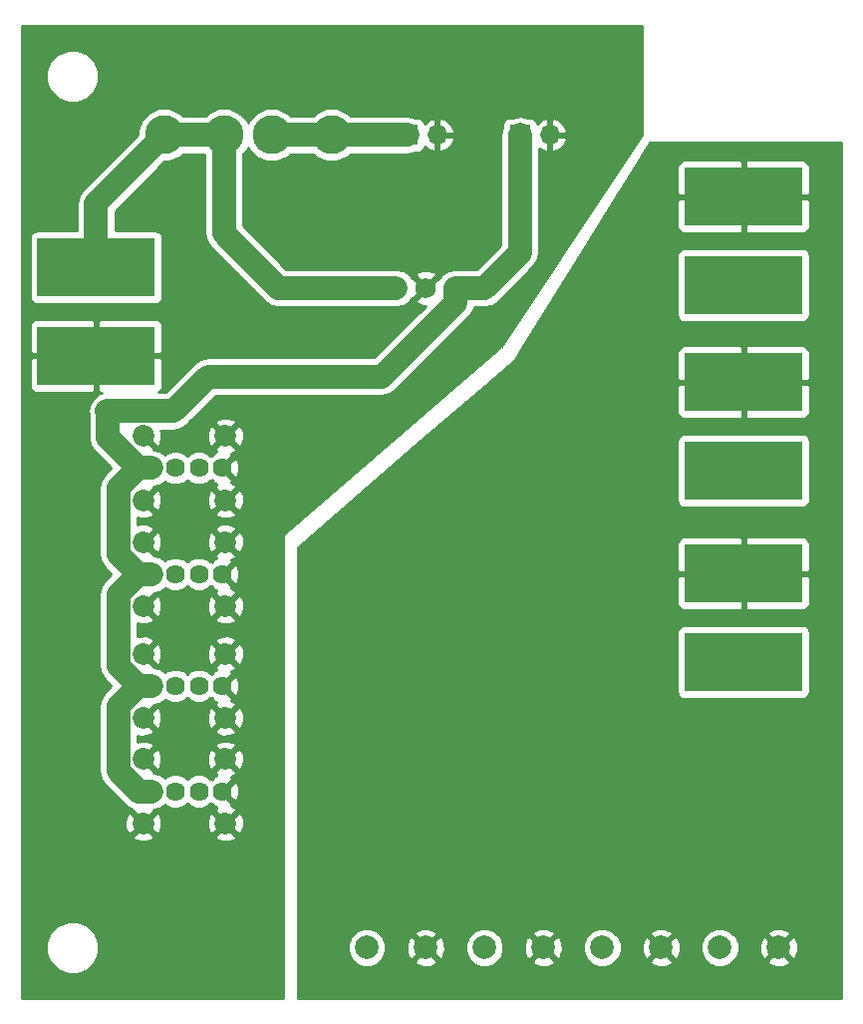
<source format=gbr>
G04 #@! TF.FileFunction,Copper,L1,Top,Signal*
%FSLAX46Y46*%
G04 Gerber Fmt 4.6, Leading zero omitted, Abs format (unit mm)*
G04 Created by KiCad (PCBNEW 4.0.7) date 01/17/18 18:11:00*
%MOMM*%
%LPD*%
G01*
G04 APERTURE LIST*
%ADD10C,0.100000*%
%ADD11C,3.302000*%
%ADD12C,2.000000*%
%ADD13R,10.000000X5.000000*%
%ADD14C,1.620000*%
%ADD15C,1.850000*%
%ADD16R,1.700000X1.700000*%
%ADD17O,1.700000X1.700000*%
%ADD18C,1.750000*%
%ADD19C,3.000000*%
%ADD20C,2.000000*%
%ADD21C,0.254000*%
G04 APERTURE END LIST*
D10*
D11*
X139776000Y-75000000D03*
X144856000Y-75000000D03*
X148920000Y-75000000D03*
X154000000Y-75000000D03*
D12*
X192000000Y-144000000D03*
X187000000Y-144000000D03*
X182000000Y-144000000D03*
X177000000Y-144000000D03*
X172000000Y-144000000D03*
X167000000Y-144000000D03*
X162000000Y-144000000D03*
X157000000Y-144000000D03*
D13*
X134000000Y-86250000D03*
X134000000Y-93750000D03*
X189000000Y-80250000D03*
X189000000Y-87750000D03*
D14*
X138730000Y-130720000D03*
X140730000Y-130720000D03*
X142730000Y-130720000D03*
D15*
X138000000Y-128000000D03*
D14*
X144730000Y-130720000D03*
D15*
X145000000Y-128000000D03*
X138000000Y-133440000D03*
X145000000Y-133440000D03*
D14*
X138730000Y-121780000D03*
X140730000Y-121780000D03*
X142730000Y-121780000D03*
D15*
X138000000Y-119060000D03*
D14*
X144730000Y-121780000D03*
D15*
X145000000Y-119060000D03*
X138000000Y-124500000D03*
X145000000Y-124500000D03*
D16*
X170000000Y-75000000D03*
D17*
X172540000Y-75000000D03*
D16*
X160460000Y-75000000D03*
D17*
X163000000Y-75000000D03*
D13*
X189000000Y-96000000D03*
X189000000Y-103500000D03*
X189000000Y-112250000D03*
X189000000Y-119750000D03*
D14*
X138730000Y-112280000D03*
X140730000Y-112280000D03*
X142730000Y-112280000D03*
D15*
X138000000Y-109560000D03*
D14*
X144730000Y-112280000D03*
D15*
X145000000Y-109560000D03*
X138000000Y-115000000D03*
X145000000Y-115000000D03*
D14*
X138730000Y-103280000D03*
X140730000Y-103280000D03*
X142730000Y-103280000D03*
D15*
X138000000Y-100560000D03*
D14*
X144730000Y-103280000D03*
D15*
X145000000Y-100560000D03*
X138000000Y-106000000D03*
X145000000Y-106000000D03*
D18*
X159460000Y-88000000D03*
X162000000Y-88000000D03*
X164540000Y-88000000D03*
D19*
X134000000Y-93750000D03*
X189000000Y-87750000D03*
X189000000Y-103500000D03*
X189000000Y-119750000D03*
D20*
X144856000Y-83356000D02*
X149500000Y-88000000D01*
X149500000Y-88000000D02*
X159460000Y-88000000D01*
X144856000Y-75000000D02*
X144856000Y-83356000D01*
X139776000Y-75000000D02*
X144856000Y-75000000D01*
X134000000Y-86250000D02*
X134000000Y-80776000D01*
X134000000Y-80776000D02*
X139776000Y-75000000D01*
X154000000Y-75000000D02*
X160460000Y-75000000D01*
X148920000Y-75000000D02*
X154000000Y-75000000D01*
X137574998Y-121780000D02*
X135874999Y-123479999D01*
X135874999Y-123479999D02*
X135874999Y-129020001D01*
X135874999Y-129020001D02*
X137574998Y-130720000D01*
X137574998Y-130720000D02*
X138719999Y-130720000D01*
X137574998Y-112280000D02*
X135874999Y-113979999D01*
X135874999Y-113979999D02*
X135874999Y-120080001D01*
X135874999Y-120080001D02*
X137574998Y-121780000D01*
X137574998Y-121780000D02*
X138719999Y-121780000D01*
X137574998Y-103280000D02*
X135874999Y-104979999D01*
X135874999Y-104979999D02*
X135874999Y-110580001D01*
X135874999Y-110580001D02*
X137574998Y-112280000D01*
X137574998Y-112280000D02*
X138719999Y-112280000D01*
X135000000Y-98500000D02*
X135000000Y-100705002D01*
X135000000Y-100705002D02*
X137574998Y-103280000D01*
X137574998Y-103280000D02*
X138719999Y-103280000D01*
X134934999Y-98434999D02*
X135000000Y-98500000D01*
X143500000Y-95500000D02*
X140565001Y-98434999D01*
X140565001Y-98434999D02*
X134934999Y-98434999D01*
X158277436Y-95500000D02*
X143500000Y-95500000D01*
X164540000Y-88000000D02*
X164540000Y-89237436D01*
X164540000Y-89237436D02*
X158277436Y-95500000D01*
X164540000Y-88000000D02*
X167000000Y-88000000D01*
X167000000Y-88000000D02*
X170000000Y-85000000D01*
X170000000Y-85000000D02*
X170000000Y-75000000D01*
D21*
G36*
X197290000Y-148290000D02*
X151127000Y-148290000D01*
X151127000Y-144323795D01*
X155364716Y-144323795D01*
X155613106Y-144924943D01*
X156072637Y-145385278D01*
X156673352Y-145634716D01*
X157323795Y-145635284D01*
X157924943Y-145386894D01*
X158159715Y-145152532D01*
X161027073Y-145152532D01*
X161125736Y-145419387D01*
X161735461Y-145645908D01*
X162385460Y-145621856D01*
X162874264Y-145419387D01*
X162972927Y-145152532D01*
X162000000Y-144179605D01*
X161027073Y-145152532D01*
X158159715Y-145152532D01*
X158385278Y-144927363D01*
X158634716Y-144326648D01*
X158635232Y-143735461D01*
X160354092Y-143735461D01*
X160378144Y-144385460D01*
X160580613Y-144874264D01*
X160847468Y-144972927D01*
X161820395Y-144000000D01*
X162179605Y-144000000D01*
X163152532Y-144972927D01*
X163419387Y-144874264D01*
X163623893Y-144323795D01*
X165364716Y-144323795D01*
X165613106Y-144924943D01*
X166072637Y-145385278D01*
X166673352Y-145634716D01*
X167323795Y-145635284D01*
X167924943Y-145386894D01*
X168159715Y-145152532D01*
X171027073Y-145152532D01*
X171125736Y-145419387D01*
X171735461Y-145645908D01*
X172385460Y-145621856D01*
X172874264Y-145419387D01*
X172972927Y-145152532D01*
X172000000Y-144179605D01*
X171027073Y-145152532D01*
X168159715Y-145152532D01*
X168385278Y-144927363D01*
X168634716Y-144326648D01*
X168635232Y-143735461D01*
X170354092Y-143735461D01*
X170378144Y-144385460D01*
X170580613Y-144874264D01*
X170847468Y-144972927D01*
X171820395Y-144000000D01*
X172179605Y-144000000D01*
X173152532Y-144972927D01*
X173419387Y-144874264D01*
X173623893Y-144323795D01*
X175364716Y-144323795D01*
X175613106Y-144924943D01*
X176072637Y-145385278D01*
X176673352Y-145634716D01*
X177323795Y-145635284D01*
X177924943Y-145386894D01*
X178159715Y-145152532D01*
X181027073Y-145152532D01*
X181125736Y-145419387D01*
X181735461Y-145645908D01*
X182385460Y-145621856D01*
X182874264Y-145419387D01*
X182972927Y-145152532D01*
X182000000Y-144179605D01*
X181027073Y-145152532D01*
X178159715Y-145152532D01*
X178385278Y-144927363D01*
X178634716Y-144326648D01*
X178635232Y-143735461D01*
X180354092Y-143735461D01*
X180378144Y-144385460D01*
X180580613Y-144874264D01*
X180847468Y-144972927D01*
X181820395Y-144000000D01*
X182179605Y-144000000D01*
X183152532Y-144972927D01*
X183419387Y-144874264D01*
X183623893Y-144323795D01*
X185364716Y-144323795D01*
X185613106Y-144924943D01*
X186072637Y-145385278D01*
X186673352Y-145634716D01*
X187323795Y-145635284D01*
X187924943Y-145386894D01*
X188159715Y-145152532D01*
X191027073Y-145152532D01*
X191125736Y-145419387D01*
X191735461Y-145645908D01*
X192385460Y-145621856D01*
X192874264Y-145419387D01*
X192972927Y-145152532D01*
X192000000Y-144179605D01*
X191027073Y-145152532D01*
X188159715Y-145152532D01*
X188385278Y-144927363D01*
X188634716Y-144326648D01*
X188635232Y-143735461D01*
X190354092Y-143735461D01*
X190378144Y-144385460D01*
X190580613Y-144874264D01*
X190847468Y-144972927D01*
X191820395Y-144000000D01*
X192179605Y-144000000D01*
X193152532Y-144972927D01*
X193419387Y-144874264D01*
X193645908Y-144264539D01*
X193621856Y-143614540D01*
X193419387Y-143125736D01*
X193152532Y-143027073D01*
X192179605Y-144000000D01*
X191820395Y-144000000D01*
X190847468Y-143027073D01*
X190580613Y-143125736D01*
X190354092Y-143735461D01*
X188635232Y-143735461D01*
X188635284Y-143676205D01*
X188386894Y-143075057D01*
X188159703Y-142847468D01*
X191027073Y-142847468D01*
X192000000Y-143820395D01*
X192972927Y-142847468D01*
X192874264Y-142580613D01*
X192264539Y-142354092D01*
X191614540Y-142378144D01*
X191125736Y-142580613D01*
X191027073Y-142847468D01*
X188159703Y-142847468D01*
X187927363Y-142614722D01*
X187326648Y-142365284D01*
X186676205Y-142364716D01*
X186075057Y-142613106D01*
X185614722Y-143072637D01*
X185365284Y-143673352D01*
X185364716Y-144323795D01*
X183623893Y-144323795D01*
X183645908Y-144264539D01*
X183621856Y-143614540D01*
X183419387Y-143125736D01*
X183152532Y-143027073D01*
X182179605Y-144000000D01*
X181820395Y-144000000D01*
X180847468Y-143027073D01*
X180580613Y-143125736D01*
X180354092Y-143735461D01*
X178635232Y-143735461D01*
X178635284Y-143676205D01*
X178386894Y-143075057D01*
X178159703Y-142847468D01*
X181027073Y-142847468D01*
X182000000Y-143820395D01*
X182972927Y-142847468D01*
X182874264Y-142580613D01*
X182264539Y-142354092D01*
X181614540Y-142378144D01*
X181125736Y-142580613D01*
X181027073Y-142847468D01*
X178159703Y-142847468D01*
X177927363Y-142614722D01*
X177326648Y-142365284D01*
X176676205Y-142364716D01*
X176075057Y-142613106D01*
X175614722Y-143072637D01*
X175365284Y-143673352D01*
X175364716Y-144323795D01*
X173623893Y-144323795D01*
X173645908Y-144264539D01*
X173621856Y-143614540D01*
X173419387Y-143125736D01*
X173152532Y-143027073D01*
X172179605Y-144000000D01*
X171820395Y-144000000D01*
X170847468Y-143027073D01*
X170580613Y-143125736D01*
X170354092Y-143735461D01*
X168635232Y-143735461D01*
X168635284Y-143676205D01*
X168386894Y-143075057D01*
X168159703Y-142847468D01*
X171027073Y-142847468D01*
X172000000Y-143820395D01*
X172972927Y-142847468D01*
X172874264Y-142580613D01*
X172264539Y-142354092D01*
X171614540Y-142378144D01*
X171125736Y-142580613D01*
X171027073Y-142847468D01*
X168159703Y-142847468D01*
X167927363Y-142614722D01*
X167326648Y-142365284D01*
X166676205Y-142364716D01*
X166075057Y-142613106D01*
X165614722Y-143072637D01*
X165365284Y-143673352D01*
X165364716Y-144323795D01*
X163623893Y-144323795D01*
X163645908Y-144264539D01*
X163621856Y-143614540D01*
X163419387Y-143125736D01*
X163152532Y-143027073D01*
X162179605Y-144000000D01*
X161820395Y-144000000D01*
X160847468Y-143027073D01*
X160580613Y-143125736D01*
X160354092Y-143735461D01*
X158635232Y-143735461D01*
X158635284Y-143676205D01*
X158386894Y-143075057D01*
X158159703Y-142847468D01*
X161027073Y-142847468D01*
X162000000Y-143820395D01*
X162972927Y-142847468D01*
X162874264Y-142580613D01*
X162264539Y-142354092D01*
X161614540Y-142378144D01*
X161125736Y-142580613D01*
X161027073Y-142847468D01*
X158159703Y-142847468D01*
X157927363Y-142614722D01*
X157326648Y-142365284D01*
X156676205Y-142364716D01*
X156075057Y-142613106D01*
X155614722Y-143072637D01*
X155365284Y-143673352D01*
X155364716Y-144323795D01*
X151127000Y-144323795D01*
X151127000Y-117250000D01*
X183352560Y-117250000D01*
X183352560Y-122250000D01*
X183396838Y-122485317D01*
X183535910Y-122701441D01*
X183748110Y-122846431D01*
X184000000Y-122897440D01*
X194000000Y-122897440D01*
X194235317Y-122853162D01*
X194451441Y-122714090D01*
X194596431Y-122501890D01*
X194647440Y-122250000D01*
X194647440Y-117250000D01*
X194603162Y-117014683D01*
X194464090Y-116798559D01*
X194251890Y-116653569D01*
X194000000Y-116602560D01*
X184000000Y-116602560D01*
X183764683Y-116646838D01*
X183548559Y-116785910D01*
X183403569Y-116998110D01*
X183352560Y-117250000D01*
X151127000Y-117250000D01*
X151127000Y-112535750D01*
X183365000Y-112535750D01*
X183365000Y-114876310D01*
X183461673Y-115109699D01*
X183640302Y-115288327D01*
X183873691Y-115385000D01*
X188714250Y-115385000D01*
X188873000Y-115226250D01*
X188873000Y-112377000D01*
X189127000Y-112377000D01*
X189127000Y-115226250D01*
X189285750Y-115385000D01*
X194126309Y-115385000D01*
X194359698Y-115288327D01*
X194538327Y-115109699D01*
X194635000Y-114876310D01*
X194635000Y-112535750D01*
X194476250Y-112377000D01*
X189127000Y-112377000D01*
X188873000Y-112377000D01*
X183523750Y-112377000D01*
X183365000Y-112535750D01*
X151127000Y-112535750D01*
X151127000Y-110058071D01*
X151629253Y-109623690D01*
X183365000Y-109623690D01*
X183365000Y-111964250D01*
X183523750Y-112123000D01*
X188873000Y-112123000D01*
X188873000Y-109273750D01*
X189127000Y-109273750D01*
X189127000Y-112123000D01*
X194476250Y-112123000D01*
X194635000Y-111964250D01*
X194635000Y-109623690D01*
X194538327Y-109390301D01*
X194359698Y-109211673D01*
X194126309Y-109115000D01*
X189285750Y-109115000D01*
X189127000Y-109273750D01*
X188873000Y-109273750D01*
X188714250Y-109115000D01*
X183873691Y-109115000D01*
X183640302Y-109211673D01*
X183461673Y-109390301D01*
X183365000Y-109623690D01*
X151629253Y-109623690D01*
X161600394Y-101000000D01*
X183352560Y-101000000D01*
X183352560Y-106000000D01*
X183396838Y-106235317D01*
X183535910Y-106451441D01*
X183748110Y-106596431D01*
X184000000Y-106647440D01*
X194000000Y-106647440D01*
X194235317Y-106603162D01*
X194451441Y-106464090D01*
X194596431Y-106251890D01*
X194647440Y-106000000D01*
X194647440Y-101000000D01*
X194603162Y-100764683D01*
X194464090Y-100548559D01*
X194251890Y-100403569D01*
X194000000Y-100352560D01*
X184000000Y-100352560D01*
X183764683Y-100396838D01*
X183548559Y-100535910D01*
X183403569Y-100748110D01*
X183352560Y-101000000D01*
X161600394Y-101000000D01*
X167051245Y-96285750D01*
X183365000Y-96285750D01*
X183365000Y-98626310D01*
X183461673Y-98859699D01*
X183640302Y-99038327D01*
X183873691Y-99135000D01*
X188714250Y-99135000D01*
X188873000Y-98976250D01*
X188873000Y-96127000D01*
X189127000Y-96127000D01*
X189127000Y-98976250D01*
X189285750Y-99135000D01*
X194126309Y-99135000D01*
X194359698Y-99038327D01*
X194538327Y-98859699D01*
X194635000Y-98626310D01*
X194635000Y-96285750D01*
X194476250Y-96127000D01*
X189127000Y-96127000D01*
X188873000Y-96127000D01*
X183523750Y-96127000D01*
X183365000Y-96285750D01*
X167051245Y-96285750D01*
X169583077Y-94096058D01*
X169607859Y-94067048D01*
X170038865Y-93373690D01*
X183365000Y-93373690D01*
X183365000Y-95714250D01*
X183523750Y-95873000D01*
X188873000Y-95873000D01*
X188873000Y-93023750D01*
X189127000Y-93023750D01*
X189127000Y-95873000D01*
X194476250Y-95873000D01*
X194635000Y-95714250D01*
X194635000Y-93373690D01*
X194538327Y-93140301D01*
X194359698Y-92961673D01*
X194126309Y-92865000D01*
X189285750Y-92865000D01*
X189127000Y-93023750D01*
X188873000Y-93023750D01*
X188714250Y-92865000D01*
X183873691Y-92865000D01*
X183640302Y-92961673D01*
X183461673Y-93140301D01*
X183365000Y-93373690D01*
X170038865Y-93373690D01*
X175088726Y-85250000D01*
X183352560Y-85250000D01*
X183352560Y-90250000D01*
X183396838Y-90485317D01*
X183535910Y-90701441D01*
X183748110Y-90846431D01*
X184000000Y-90897440D01*
X194000000Y-90897440D01*
X194235317Y-90853162D01*
X194451441Y-90714090D01*
X194596431Y-90501890D01*
X194647440Y-90250000D01*
X194647440Y-85250000D01*
X194603162Y-85014683D01*
X194464090Y-84798559D01*
X194251890Y-84653569D01*
X194000000Y-84602560D01*
X184000000Y-84602560D01*
X183764683Y-84646838D01*
X183548559Y-84785910D01*
X183403569Y-84998110D01*
X183352560Y-85250000D01*
X175088726Y-85250000D01*
X178019206Y-80535750D01*
X183365000Y-80535750D01*
X183365000Y-82876310D01*
X183461673Y-83109699D01*
X183640302Y-83288327D01*
X183873691Y-83385000D01*
X188714250Y-83385000D01*
X188873000Y-83226250D01*
X188873000Y-80377000D01*
X189127000Y-80377000D01*
X189127000Y-83226250D01*
X189285750Y-83385000D01*
X194126309Y-83385000D01*
X194359698Y-83288327D01*
X194538327Y-83109699D01*
X194635000Y-82876310D01*
X194635000Y-80535750D01*
X194476250Y-80377000D01*
X189127000Y-80377000D01*
X188873000Y-80377000D01*
X183523750Y-80377000D01*
X183365000Y-80535750D01*
X178019206Y-80535750D01*
X179829405Y-77623690D01*
X183365000Y-77623690D01*
X183365000Y-79964250D01*
X183523750Y-80123000D01*
X188873000Y-80123000D01*
X188873000Y-77273750D01*
X189127000Y-77273750D01*
X189127000Y-80123000D01*
X194476250Y-80123000D01*
X194635000Y-79964250D01*
X194635000Y-77623690D01*
X194538327Y-77390301D01*
X194359698Y-77211673D01*
X194126309Y-77115000D01*
X189285750Y-77115000D01*
X189127000Y-77273750D01*
X188873000Y-77273750D01*
X188714250Y-77115000D01*
X183873691Y-77115000D01*
X183640302Y-77211673D01*
X183461673Y-77390301D01*
X183365000Y-77623690D01*
X179829405Y-77623690D01*
X181070592Y-75627000D01*
X197290000Y-75627000D01*
X197290000Y-148290000D01*
X197290000Y-148290000D01*
G37*
X197290000Y-148290000D02*
X151127000Y-148290000D01*
X151127000Y-144323795D01*
X155364716Y-144323795D01*
X155613106Y-144924943D01*
X156072637Y-145385278D01*
X156673352Y-145634716D01*
X157323795Y-145635284D01*
X157924943Y-145386894D01*
X158159715Y-145152532D01*
X161027073Y-145152532D01*
X161125736Y-145419387D01*
X161735461Y-145645908D01*
X162385460Y-145621856D01*
X162874264Y-145419387D01*
X162972927Y-145152532D01*
X162000000Y-144179605D01*
X161027073Y-145152532D01*
X158159715Y-145152532D01*
X158385278Y-144927363D01*
X158634716Y-144326648D01*
X158635232Y-143735461D01*
X160354092Y-143735461D01*
X160378144Y-144385460D01*
X160580613Y-144874264D01*
X160847468Y-144972927D01*
X161820395Y-144000000D01*
X162179605Y-144000000D01*
X163152532Y-144972927D01*
X163419387Y-144874264D01*
X163623893Y-144323795D01*
X165364716Y-144323795D01*
X165613106Y-144924943D01*
X166072637Y-145385278D01*
X166673352Y-145634716D01*
X167323795Y-145635284D01*
X167924943Y-145386894D01*
X168159715Y-145152532D01*
X171027073Y-145152532D01*
X171125736Y-145419387D01*
X171735461Y-145645908D01*
X172385460Y-145621856D01*
X172874264Y-145419387D01*
X172972927Y-145152532D01*
X172000000Y-144179605D01*
X171027073Y-145152532D01*
X168159715Y-145152532D01*
X168385278Y-144927363D01*
X168634716Y-144326648D01*
X168635232Y-143735461D01*
X170354092Y-143735461D01*
X170378144Y-144385460D01*
X170580613Y-144874264D01*
X170847468Y-144972927D01*
X171820395Y-144000000D01*
X172179605Y-144000000D01*
X173152532Y-144972927D01*
X173419387Y-144874264D01*
X173623893Y-144323795D01*
X175364716Y-144323795D01*
X175613106Y-144924943D01*
X176072637Y-145385278D01*
X176673352Y-145634716D01*
X177323795Y-145635284D01*
X177924943Y-145386894D01*
X178159715Y-145152532D01*
X181027073Y-145152532D01*
X181125736Y-145419387D01*
X181735461Y-145645908D01*
X182385460Y-145621856D01*
X182874264Y-145419387D01*
X182972927Y-145152532D01*
X182000000Y-144179605D01*
X181027073Y-145152532D01*
X178159715Y-145152532D01*
X178385278Y-144927363D01*
X178634716Y-144326648D01*
X178635232Y-143735461D01*
X180354092Y-143735461D01*
X180378144Y-144385460D01*
X180580613Y-144874264D01*
X180847468Y-144972927D01*
X181820395Y-144000000D01*
X182179605Y-144000000D01*
X183152532Y-144972927D01*
X183419387Y-144874264D01*
X183623893Y-144323795D01*
X185364716Y-144323795D01*
X185613106Y-144924943D01*
X186072637Y-145385278D01*
X186673352Y-145634716D01*
X187323795Y-145635284D01*
X187924943Y-145386894D01*
X188159715Y-145152532D01*
X191027073Y-145152532D01*
X191125736Y-145419387D01*
X191735461Y-145645908D01*
X192385460Y-145621856D01*
X192874264Y-145419387D01*
X192972927Y-145152532D01*
X192000000Y-144179605D01*
X191027073Y-145152532D01*
X188159715Y-145152532D01*
X188385278Y-144927363D01*
X188634716Y-144326648D01*
X188635232Y-143735461D01*
X190354092Y-143735461D01*
X190378144Y-144385460D01*
X190580613Y-144874264D01*
X190847468Y-144972927D01*
X191820395Y-144000000D01*
X192179605Y-144000000D01*
X193152532Y-144972927D01*
X193419387Y-144874264D01*
X193645908Y-144264539D01*
X193621856Y-143614540D01*
X193419387Y-143125736D01*
X193152532Y-143027073D01*
X192179605Y-144000000D01*
X191820395Y-144000000D01*
X190847468Y-143027073D01*
X190580613Y-143125736D01*
X190354092Y-143735461D01*
X188635232Y-143735461D01*
X188635284Y-143676205D01*
X188386894Y-143075057D01*
X188159703Y-142847468D01*
X191027073Y-142847468D01*
X192000000Y-143820395D01*
X192972927Y-142847468D01*
X192874264Y-142580613D01*
X192264539Y-142354092D01*
X191614540Y-142378144D01*
X191125736Y-142580613D01*
X191027073Y-142847468D01*
X188159703Y-142847468D01*
X187927363Y-142614722D01*
X187326648Y-142365284D01*
X186676205Y-142364716D01*
X186075057Y-142613106D01*
X185614722Y-143072637D01*
X185365284Y-143673352D01*
X185364716Y-144323795D01*
X183623893Y-144323795D01*
X183645908Y-144264539D01*
X183621856Y-143614540D01*
X183419387Y-143125736D01*
X183152532Y-143027073D01*
X182179605Y-144000000D01*
X181820395Y-144000000D01*
X180847468Y-143027073D01*
X180580613Y-143125736D01*
X180354092Y-143735461D01*
X178635232Y-143735461D01*
X178635284Y-143676205D01*
X178386894Y-143075057D01*
X178159703Y-142847468D01*
X181027073Y-142847468D01*
X182000000Y-143820395D01*
X182972927Y-142847468D01*
X182874264Y-142580613D01*
X182264539Y-142354092D01*
X181614540Y-142378144D01*
X181125736Y-142580613D01*
X181027073Y-142847468D01*
X178159703Y-142847468D01*
X177927363Y-142614722D01*
X177326648Y-142365284D01*
X176676205Y-142364716D01*
X176075057Y-142613106D01*
X175614722Y-143072637D01*
X175365284Y-143673352D01*
X175364716Y-144323795D01*
X173623893Y-144323795D01*
X173645908Y-144264539D01*
X173621856Y-143614540D01*
X173419387Y-143125736D01*
X173152532Y-143027073D01*
X172179605Y-144000000D01*
X171820395Y-144000000D01*
X170847468Y-143027073D01*
X170580613Y-143125736D01*
X170354092Y-143735461D01*
X168635232Y-143735461D01*
X168635284Y-143676205D01*
X168386894Y-143075057D01*
X168159703Y-142847468D01*
X171027073Y-142847468D01*
X172000000Y-143820395D01*
X172972927Y-142847468D01*
X172874264Y-142580613D01*
X172264539Y-142354092D01*
X171614540Y-142378144D01*
X171125736Y-142580613D01*
X171027073Y-142847468D01*
X168159703Y-142847468D01*
X167927363Y-142614722D01*
X167326648Y-142365284D01*
X166676205Y-142364716D01*
X166075057Y-142613106D01*
X165614722Y-143072637D01*
X165365284Y-143673352D01*
X165364716Y-144323795D01*
X163623893Y-144323795D01*
X163645908Y-144264539D01*
X163621856Y-143614540D01*
X163419387Y-143125736D01*
X163152532Y-143027073D01*
X162179605Y-144000000D01*
X161820395Y-144000000D01*
X160847468Y-143027073D01*
X160580613Y-143125736D01*
X160354092Y-143735461D01*
X158635232Y-143735461D01*
X158635284Y-143676205D01*
X158386894Y-143075057D01*
X158159703Y-142847468D01*
X161027073Y-142847468D01*
X162000000Y-143820395D01*
X162972927Y-142847468D01*
X162874264Y-142580613D01*
X162264539Y-142354092D01*
X161614540Y-142378144D01*
X161125736Y-142580613D01*
X161027073Y-142847468D01*
X158159703Y-142847468D01*
X157927363Y-142614722D01*
X157326648Y-142365284D01*
X156676205Y-142364716D01*
X156075057Y-142613106D01*
X155614722Y-143072637D01*
X155365284Y-143673352D01*
X155364716Y-144323795D01*
X151127000Y-144323795D01*
X151127000Y-117250000D01*
X183352560Y-117250000D01*
X183352560Y-122250000D01*
X183396838Y-122485317D01*
X183535910Y-122701441D01*
X183748110Y-122846431D01*
X184000000Y-122897440D01*
X194000000Y-122897440D01*
X194235317Y-122853162D01*
X194451441Y-122714090D01*
X194596431Y-122501890D01*
X194647440Y-122250000D01*
X194647440Y-117250000D01*
X194603162Y-117014683D01*
X194464090Y-116798559D01*
X194251890Y-116653569D01*
X194000000Y-116602560D01*
X184000000Y-116602560D01*
X183764683Y-116646838D01*
X183548559Y-116785910D01*
X183403569Y-116998110D01*
X183352560Y-117250000D01*
X151127000Y-117250000D01*
X151127000Y-112535750D01*
X183365000Y-112535750D01*
X183365000Y-114876310D01*
X183461673Y-115109699D01*
X183640302Y-115288327D01*
X183873691Y-115385000D01*
X188714250Y-115385000D01*
X188873000Y-115226250D01*
X188873000Y-112377000D01*
X189127000Y-112377000D01*
X189127000Y-115226250D01*
X189285750Y-115385000D01*
X194126309Y-115385000D01*
X194359698Y-115288327D01*
X194538327Y-115109699D01*
X194635000Y-114876310D01*
X194635000Y-112535750D01*
X194476250Y-112377000D01*
X189127000Y-112377000D01*
X188873000Y-112377000D01*
X183523750Y-112377000D01*
X183365000Y-112535750D01*
X151127000Y-112535750D01*
X151127000Y-110058071D01*
X151629253Y-109623690D01*
X183365000Y-109623690D01*
X183365000Y-111964250D01*
X183523750Y-112123000D01*
X188873000Y-112123000D01*
X188873000Y-109273750D01*
X189127000Y-109273750D01*
X189127000Y-112123000D01*
X194476250Y-112123000D01*
X194635000Y-111964250D01*
X194635000Y-109623690D01*
X194538327Y-109390301D01*
X194359698Y-109211673D01*
X194126309Y-109115000D01*
X189285750Y-109115000D01*
X189127000Y-109273750D01*
X188873000Y-109273750D01*
X188714250Y-109115000D01*
X183873691Y-109115000D01*
X183640302Y-109211673D01*
X183461673Y-109390301D01*
X183365000Y-109623690D01*
X151629253Y-109623690D01*
X161600394Y-101000000D01*
X183352560Y-101000000D01*
X183352560Y-106000000D01*
X183396838Y-106235317D01*
X183535910Y-106451441D01*
X183748110Y-106596431D01*
X184000000Y-106647440D01*
X194000000Y-106647440D01*
X194235317Y-106603162D01*
X194451441Y-106464090D01*
X194596431Y-106251890D01*
X194647440Y-106000000D01*
X194647440Y-101000000D01*
X194603162Y-100764683D01*
X194464090Y-100548559D01*
X194251890Y-100403569D01*
X194000000Y-100352560D01*
X184000000Y-100352560D01*
X183764683Y-100396838D01*
X183548559Y-100535910D01*
X183403569Y-100748110D01*
X183352560Y-101000000D01*
X161600394Y-101000000D01*
X167051245Y-96285750D01*
X183365000Y-96285750D01*
X183365000Y-98626310D01*
X183461673Y-98859699D01*
X183640302Y-99038327D01*
X183873691Y-99135000D01*
X188714250Y-99135000D01*
X188873000Y-98976250D01*
X188873000Y-96127000D01*
X189127000Y-96127000D01*
X189127000Y-98976250D01*
X189285750Y-99135000D01*
X194126309Y-99135000D01*
X194359698Y-99038327D01*
X194538327Y-98859699D01*
X194635000Y-98626310D01*
X194635000Y-96285750D01*
X194476250Y-96127000D01*
X189127000Y-96127000D01*
X188873000Y-96127000D01*
X183523750Y-96127000D01*
X183365000Y-96285750D01*
X167051245Y-96285750D01*
X169583077Y-94096058D01*
X169607859Y-94067048D01*
X170038865Y-93373690D01*
X183365000Y-93373690D01*
X183365000Y-95714250D01*
X183523750Y-95873000D01*
X188873000Y-95873000D01*
X188873000Y-93023750D01*
X189127000Y-93023750D01*
X189127000Y-95873000D01*
X194476250Y-95873000D01*
X194635000Y-95714250D01*
X194635000Y-93373690D01*
X194538327Y-93140301D01*
X194359698Y-92961673D01*
X194126309Y-92865000D01*
X189285750Y-92865000D01*
X189127000Y-93023750D01*
X188873000Y-93023750D01*
X188714250Y-92865000D01*
X183873691Y-92865000D01*
X183640302Y-92961673D01*
X183461673Y-93140301D01*
X183365000Y-93373690D01*
X170038865Y-93373690D01*
X175088726Y-85250000D01*
X183352560Y-85250000D01*
X183352560Y-90250000D01*
X183396838Y-90485317D01*
X183535910Y-90701441D01*
X183748110Y-90846431D01*
X184000000Y-90897440D01*
X194000000Y-90897440D01*
X194235317Y-90853162D01*
X194451441Y-90714090D01*
X194596431Y-90501890D01*
X194647440Y-90250000D01*
X194647440Y-85250000D01*
X194603162Y-85014683D01*
X194464090Y-84798559D01*
X194251890Y-84653569D01*
X194000000Y-84602560D01*
X184000000Y-84602560D01*
X183764683Y-84646838D01*
X183548559Y-84785910D01*
X183403569Y-84998110D01*
X183352560Y-85250000D01*
X175088726Y-85250000D01*
X178019206Y-80535750D01*
X183365000Y-80535750D01*
X183365000Y-82876310D01*
X183461673Y-83109699D01*
X183640302Y-83288327D01*
X183873691Y-83385000D01*
X188714250Y-83385000D01*
X188873000Y-83226250D01*
X188873000Y-80377000D01*
X189127000Y-80377000D01*
X189127000Y-83226250D01*
X189285750Y-83385000D01*
X194126309Y-83385000D01*
X194359698Y-83288327D01*
X194538327Y-83109699D01*
X194635000Y-82876310D01*
X194635000Y-80535750D01*
X194476250Y-80377000D01*
X189127000Y-80377000D01*
X188873000Y-80377000D01*
X183523750Y-80377000D01*
X183365000Y-80535750D01*
X178019206Y-80535750D01*
X179829405Y-77623690D01*
X183365000Y-77623690D01*
X183365000Y-79964250D01*
X183523750Y-80123000D01*
X188873000Y-80123000D01*
X188873000Y-77273750D01*
X189127000Y-77273750D01*
X189127000Y-80123000D01*
X194476250Y-80123000D01*
X194635000Y-79964250D01*
X194635000Y-77623690D01*
X194538327Y-77390301D01*
X194359698Y-77211673D01*
X194126309Y-77115000D01*
X189285750Y-77115000D01*
X189127000Y-77273750D01*
X188873000Y-77273750D01*
X188714250Y-77115000D01*
X183873691Y-77115000D01*
X183640302Y-77211673D01*
X183461673Y-77390301D01*
X183365000Y-77623690D01*
X179829405Y-77623690D01*
X181070592Y-75627000D01*
X197290000Y-75627000D01*
X197290000Y-148290000D01*
G36*
X180373000Y-74961548D02*
X168403889Y-92915215D01*
X149916923Y-108903942D01*
X149886096Y-108943832D01*
X149873000Y-109000000D01*
X149873000Y-148290000D01*
X127710000Y-148290000D01*
X127710000Y-144442619D01*
X129764613Y-144442619D01*
X130104155Y-145264372D01*
X130732321Y-145893636D01*
X131553481Y-146234611D01*
X132442619Y-146235387D01*
X133264372Y-145895845D01*
X133893636Y-145267679D01*
X134234611Y-144446519D01*
X134235387Y-143557381D01*
X133895845Y-142735628D01*
X133267679Y-142106364D01*
X132446519Y-141765389D01*
X131557381Y-141764613D01*
X130735628Y-142104155D01*
X130106364Y-142732321D01*
X129765389Y-143553481D01*
X129764613Y-144442619D01*
X127710000Y-144442619D01*
X127710000Y-134538256D01*
X137081349Y-134538256D01*
X137170821Y-134797332D01*
X137753368Y-135011325D01*
X138373461Y-134986097D01*
X138829179Y-134797332D01*
X138918651Y-134538256D01*
X144081349Y-134538256D01*
X144170821Y-134797332D01*
X144753368Y-135011325D01*
X145373461Y-134986097D01*
X145829179Y-134797332D01*
X145918651Y-134538256D01*
X145000000Y-133619605D01*
X144081349Y-134538256D01*
X138918651Y-134538256D01*
X138000000Y-133619605D01*
X137081349Y-134538256D01*
X127710000Y-134538256D01*
X127710000Y-133193368D01*
X136428675Y-133193368D01*
X136453903Y-133813461D01*
X136642668Y-134269179D01*
X136901744Y-134358651D01*
X137820395Y-133440000D01*
X138179605Y-133440000D01*
X139098256Y-134358651D01*
X139357332Y-134269179D01*
X139571325Y-133686632D01*
X139551257Y-133193368D01*
X143428675Y-133193368D01*
X143453903Y-133813461D01*
X143642668Y-134269179D01*
X143901744Y-134358651D01*
X144820395Y-133440000D01*
X145179605Y-133440000D01*
X146098256Y-134358651D01*
X146357332Y-134269179D01*
X146571325Y-133686632D01*
X146546097Y-133066539D01*
X146357332Y-132610821D01*
X146098256Y-132521349D01*
X145179605Y-133440000D01*
X144820395Y-133440000D01*
X143901744Y-132521349D01*
X143642668Y-132610821D01*
X143428675Y-133193368D01*
X139551257Y-133193368D01*
X139546097Y-133066539D01*
X139357332Y-132610821D01*
X139098256Y-132521349D01*
X138179605Y-133440000D01*
X137820395Y-133440000D01*
X136901744Y-132521349D01*
X136642668Y-132610821D01*
X136428675Y-133193368D01*
X127710000Y-133193368D01*
X127710000Y-98434999D01*
X133299998Y-98434999D01*
X133365000Y-98761784D01*
X133365000Y-100704997D01*
X133364999Y-100705002D01*
X133489457Y-101330690D01*
X133843880Y-101861122D01*
X135262758Y-103280000D01*
X134718879Y-103823879D01*
X134364456Y-104354311D01*
X134239998Y-104979999D01*
X134239999Y-104980004D01*
X134239999Y-110579996D01*
X134239998Y-110580001D01*
X134364456Y-111205689D01*
X134718879Y-111736121D01*
X135262758Y-112280000D01*
X134718879Y-112823879D01*
X134364456Y-113354311D01*
X134239998Y-113979999D01*
X134239999Y-113980004D01*
X134239999Y-120079996D01*
X134239998Y-120080001D01*
X134364456Y-120705689D01*
X134718879Y-121236121D01*
X135262758Y-121780000D01*
X134718879Y-122323879D01*
X134364456Y-122854311D01*
X134239998Y-123479999D01*
X134239999Y-123480004D01*
X134239999Y-129019996D01*
X134239998Y-129020001D01*
X134364456Y-129645689D01*
X134718879Y-130176121D01*
X136418876Y-131876117D01*
X136418878Y-131876120D01*
X136523050Y-131945725D01*
X136949311Y-132230543D01*
X137108796Y-132262267D01*
X137081349Y-132341744D01*
X138000000Y-133260395D01*
X138918651Y-132341744D01*
X138910166Y-132317173D01*
X139345686Y-132230543D01*
X139855860Y-131889657D01*
X139910405Y-131944297D01*
X140441311Y-132164748D01*
X141016167Y-132165250D01*
X141547457Y-131945725D01*
X141729962Y-131763539D01*
X141910405Y-131944297D01*
X142441311Y-132164748D01*
X143016167Y-132165250D01*
X143547457Y-131945725D01*
X143711707Y-131781762D01*
X143779776Y-131849831D01*
X143894617Y-131734990D01*
X143969980Y-131982144D01*
X144207236Y-132067584D01*
X144170821Y-132082668D01*
X144081349Y-132341744D01*
X145000000Y-133260395D01*
X145918651Y-132341744D01*
X145829179Y-132082668D01*
X145496618Y-131960505D01*
X145565383Y-131734988D01*
X144730000Y-130899605D01*
X144715858Y-130913748D01*
X144536253Y-130734143D01*
X144550395Y-130720000D01*
X144909605Y-130720000D01*
X145744988Y-131555383D01*
X145992144Y-131480020D01*
X146186916Y-130939166D01*
X146159886Y-130364945D01*
X145992144Y-129959980D01*
X145744988Y-129884617D01*
X144909605Y-130720000D01*
X144550395Y-130720000D01*
X144536253Y-130705858D01*
X144715858Y-130526253D01*
X144730000Y-130540395D01*
X145565383Y-129705012D01*
X145500838Y-129493335D01*
X145829179Y-129357332D01*
X145918651Y-129098256D01*
X145000000Y-128179605D01*
X144081349Y-129098256D01*
X144170821Y-129357332D01*
X144192999Y-129365479D01*
X143969980Y-129457856D01*
X143894617Y-129705010D01*
X143779776Y-129590169D01*
X143711777Y-129658168D01*
X143549595Y-129495703D01*
X143018689Y-129275252D01*
X142443833Y-129274750D01*
X141912543Y-129494275D01*
X141730038Y-129676461D01*
X141549595Y-129495703D01*
X141018689Y-129275252D01*
X140443833Y-129274750D01*
X139912543Y-129494275D01*
X139856169Y-129550550D01*
X139345686Y-129209457D01*
X138910166Y-129122827D01*
X138918651Y-129098256D01*
X138000000Y-128179605D01*
X137985858Y-128193748D01*
X137806253Y-128014143D01*
X137820395Y-128000000D01*
X138179605Y-128000000D01*
X139098256Y-128918651D01*
X139357332Y-128829179D01*
X139571325Y-128246632D01*
X139551257Y-127753368D01*
X143428675Y-127753368D01*
X143453903Y-128373461D01*
X143642668Y-128829179D01*
X143901744Y-128918651D01*
X144820395Y-128000000D01*
X145179605Y-128000000D01*
X146098256Y-128918651D01*
X146357332Y-128829179D01*
X146571325Y-128246632D01*
X146546097Y-127626539D01*
X146357332Y-127170821D01*
X146098256Y-127081349D01*
X145179605Y-128000000D01*
X144820395Y-128000000D01*
X143901744Y-127081349D01*
X143642668Y-127170821D01*
X143428675Y-127753368D01*
X139551257Y-127753368D01*
X139546097Y-127626539D01*
X139357332Y-127170821D01*
X139098256Y-127081349D01*
X138179605Y-128000000D01*
X137820395Y-128000000D01*
X137806253Y-127985858D01*
X137985858Y-127806253D01*
X138000000Y-127820395D01*
X138918651Y-126901744D01*
X144081349Y-126901744D01*
X145000000Y-127820395D01*
X145918651Y-126901744D01*
X145829179Y-126642668D01*
X145246632Y-126428675D01*
X144626539Y-126453903D01*
X144170821Y-126642668D01*
X144081349Y-126901744D01*
X138918651Y-126901744D01*
X138829179Y-126642668D01*
X138246632Y-126428675D01*
X137626539Y-126453903D01*
X137509999Y-126502176D01*
X137509999Y-125981926D01*
X137753368Y-126071325D01*
X138373461Y-126046097D01*
X138829179Y-125857332D01*
X138918651Y-125598256D01*
X144081349Y-125598256D01*
X144170821Y-125857332D01*
X144753368Y-126071325D01*
X145373461Y-126046097D01*
X145829179Y-125857332D01*
X145918651Y-125598256D01*
X145000000Y-124679605D01*
X144081349Y-125598256D01*
X138918651Y-125598256D01*
X138000000Y-124679605D01*
X137985858Y-124693748D01*
X137806253Y-124514143D01*
X137820395Y-124500000D01*
X138179605Y-124500000D01*
X139098256Y-125418651D01*
X139357332Y-125329179D01*
X139571325Y-124746632D01*
X139551257Y-124253368D01*
X143428675Y-124253368D01*
X143453903Y-124873461D01*
X143642668Y-125329179D01*
X143901744Y-125418651D01*
X144820395Y-124500000D01*
X145179605Y-124500000D01*
X146098256Y-125418651D01*
X146357332Y-125329179D01*
X146571325Y-124746632D01*
X146546097Y-124126539D01*
X146357332Y-123670821D01*
X146098256Y-123581349D01*
X145179605Y-124500000D01*
X144820395Y-124500000D01*
X143901744Y-123581349D01*
X143642668Y-123670821D01*
X143428675Y-124253368D01*
X139551257Y-124253368D01*
X139546097Y-124126539D01*
X139357332Y-123670821D01*
X139098256Y-123581349D01*
X138179605Y-124500000D01*
X137820395Y-124500000D01*
X137806253Y-124485858D01*
X137985858Y-124306253D01*
X138000000Y-124320395D01*
X138918651Y-123401744D01*
X138910166Y-123377173D01*
X139345686Y-123290543D01*
X139855860Y-122949657D01*
X139910405Y-123004297D01*
X140441311Y-123224748D01*
X141016167Y-123225250D01*
X141547457Y-123005725D01*
X141729962Y-122823539D01*
X141910405Y-123004297D01*
X142441311Y-123224748D01*
X143016167Y-123225250D01*
X143547457Y-123005725D01*
X143711707Y-122841762D01*
X143779776Y-122909831D01*
X143894617Y-122794990D01*
X143969980Y-123042144D01*
X144207236Y-123127584D01*
X144170821Y-123142668D01*
X144081349Y-123401744D01*
X145000000Y-124320395D01*
X145918651Y-123401744D01*
X145829179Y-123142668D01*
X145496618Y-123020505D01*
X145565383Y-122794988D01*
X144730000Y-121959605D01*
X144715858Y-121973748D01*
X144536253Y-121794143D01*
X144550395Y-121780000D01*
X144909605Y-121780000D01*
X145744988Y-122615383D01*
X145992144Y-122540020D01*
X146186916Y-121999166D01*
X146159886Y-121424945D01*
X145992144Y-121019980D01*
X145744988Y-120944617D01*
X144909605Y-121780000D01*
X144550395Y-121780000D01*
X144536253Y-121765858D01*
X144715858Y-121586253D01*
X144730000Y-121600395D01*
X145565383Y-120765012D01*
X145500838Y-120553335D01*
X145829179Y-120417332D01*
X145918651Y-120158256D01*
X145000000Y-119239605D01*
X144081349Y-120158256D01*
X144170821Y-120417332D01*
X144192999Y-120425479D01*
X143969980Y-120517856D01*
X143894617Y-120765010D01*
X143779776Y-120650169D01*
X143711777Y-120718168D01*
X143549595Y-120555703D01*
X143018689Y-120335252D01*
X142443833Y-120334750D01*
X141912543Y-120554275D01*
X141730038Y-120736461D01*
X141549595Y-120555703D01*
X141018689Y-120335252D01*
X140443833Y-120334750D01*
X139912543Y-120554275D01*
X139856169Y-120610550D01*
X139345686Y-120269457D01*
X138910166Y-120182827D01*
X138918651Y-120158256D01*
X138000000Y-119239605D01*
X137985858Y-119253748D01*
X137806253Y-119074143D01*
X137820395Y-119060000D01*
X138179605Y-119060000D01*
X139098256Y-119978651D01*
X139357332Y-119889179D01*
X139571325Y-119306632D01*
X139551257Y-118813368D01*
X143428675Y-118813368D01*
X143453903Y-119433461D01*
X143642668Y-119889179D01*
X143901744Y-119978651D01*
X144820395Y-119060000D01*
X145179605Y-119060000D01*
X146098256Y-119978651D01*
X146357332Y-119889179D01*
X146571325Y-119306632D01*
X146546097Y-118686539D01*
X146357332Y-118230821D01*
X146098256Y-118141349D01*
X145179605Y-119060000D01*
X144820395Y-119060000D01*
X143901744Y-118141349D01*
X143642668Y-118230821D01*
X143428675Y-118813368D01*
X139551257Y-118813368D01*
X139546097Y-118686539D01*
X139357332Y-118230821D01*
X139098256Y-118141349D01*
X138179605Y-119060000D01*
X137820395Y-119060000D01*
X137806253Y-119045858D01*
X137985858Y-118866253D01*
X138000000Y-118880395D01*
X138918651Y-117961744D01*
X144081349Y-117961744D01*
X145000000Y-118880395D01*
X145918651Y-117961744D01*
X145829179Y-117702668D01*
X145246632Y-117488675D01*
X144626539Y-117513903D01*
X144170821Y-117702668D01*
X144081349Y-117961744D01*
X138918651Y-117961744D01*
X138829179Y-117702668D01*
X138246632Y-117488675D01*
X137626539Y-117513903D01*
X137509999Y-117562176D01*
X137509999Y-116481926D01*
X137753368Y-116571325D01*
X138373461Y-116546097D01*
X138829179Y-116357332D01*
X138918651Y-116098256D01*
X144081349Y-116098256D01*
X144170821Y-116357332D01*
X144753368Y-116571325D01*
X145373461Y-116546097D01*
X145829179Y-116357332D01*
X145918651Y-116098256D01*
X145000000Y-115179605D01*
X144081349Y-116098256D01*
X138918651Y-116098256D01*
X138000000Y-115179605D01*
X137985858Y-115193748D01*
X137806253Y-115014143D01*
X137820395Y-115000000D01*
X138179605Y-115000000D01*
X139098256Y-115918651D01*
X139357332Y-115829179D01*
X139571325Y-115246632D01*
X139551257Y-114753368D01*
X143428675Y-114753368D01*
X143453903Y-115373461D01*
X143642668Y-115829179D01*
X143901744Y-115918651D01*
X144820395Y-115000000D01*
X145179605Y-115000000D01*
X146098256Y-115918651D01*
X146357332Y-115829179D01*
X146571325Y-115246632D01*
X146546097Y-114626539D01*
X146357332Y-114170821D01*
X146098256Y-114081349D01*
X145179605Y-115000000D01*
X144820395Y-115000000D01*
X143901744Y-114081349D01*
X143642668Y-114170821D01*
X143428675Y-114753368D01*
X139551257Y-114753368D01*
X139546097Y-114626539D01*
X139357332Y-114170821D01*
X139098256Y-114081349D01*
X138179605Y-115000000D01*
X137820395Y-115000000D01*
X137806253Y-114985858D01*
X137985858Y-114806253D01*
X138000000Y-114820395D01*
X138918651Y-113901744D01*
X138910166Y-113877173D01*
X139345686Y-113790543D01*
X139855860Y-113449657D01*
X139910405Y-113504297D01*
X140441311Y-113724748D01*
X141016167Y-113725250D01*
X141547457Y-113505725D01*
X141729962Y-113323539D01*
X141910405Y-113504297D01*
X142441311Y-113724748D01*
X143016167Y-113725250D01*
X143547457Y-113505725D01*
X143711707Y-113341762D01*
X143779776Y-113409831D01*
X143894617Y-113294990D01*
X143969980Y-113542144D01*
X144207236Y-113627584D01*
X144170821Y-113642668D01*
X144081349Y-113901744D01*
X145000000Y-114820395D01*
X145918651Y-113901744D01*
X145829179Y-113642668D01*
X145496618Y-113520505D01*
X145565383Y-113294988D01*
X144730000Y-112459605D01*
X144715858Y-112473748D01*
X144536253Y-112294143D01*
X144550395Y-112280000D01*
X144909605Y-112280000D01*
X145744988Y-113115383D01*
X145992144Y-113040020D01*
X146186916Y-112499166D01*
X146159886Y-111924945D01*
X145992144Y-111519980D01*
X145744988Y-111444617D01*
X144909605Y-112280000D01*
X144550395Y-112280000D01*
X144536253Y-112265858D01*
X144715858Y-112086253D01*
X144730000Y-112100395D01*
X145565383Y-111265012D01*
X145500838Y-111053335D01*
X145829179Y-110917332D01*
X145918651Y-110658256D01*
X145000000Y-109739605D01*
X144081349Y-110658256D01*
X144170821Y-110917332D01*
X144192999Y-110925479D01*
X143969980Y-111017856D01*
X143894617Y-111265010D01*
X143779776Y-111150169D01*
X143711777Y-111218168D01*
X143549595Y-111055703D01*
X143018689Y-110835252D01*
X142443833Y-110834750D01*
X141912543Y-111054275D01*
X141730038Y-111236461D01*
X141549595Y-111055703D01*
X141018689Y-110835252D01*
X140443833Y-110834750D01*
X139912543Y-111054275D01*
X139856169Y-111110550D01*
X139345686Y-110769457D01*
X138910166Y-110682827D01*
X138918651Y-110658256D01*
X138000000Y-109739605D01*
X137985858Y-109753748D01*
X137806253Y-109574143D01*
X137820395Y-109560000D01*
X138179605Y-109560000D01*
X139098256Y-110478651D01*
X139357332Y-110389179D01*
X139571325Y-109806632D01*
X139551257Y-109313368D01*
X143428675Y-109313368D01*
X143453903Y-109933461D01*
X143642668Y-110389179D01*
X143901744Y-110478651D01*
X144820395Y-109560000D01*
X145179605Y-109560000D01*
X146098256Y-110478651D01*
X146357332Y-110389179D01*
X146571325Y-109806632D01*
X146546097Y-109186539D01*
X146357332Y-108730821D01*
X146098256Y-108641349D01*
X145179605Y-109560000D01*
X144820395Y-109560000D01*
X143901744Y-108641349D01*
X143642668Y-108730821D01*
X143428675Y-109313368D01*
X139551257Y-109313368D01*
X139546097Y-109186539D01*
X139357332Y-108730821D01*
X139098256Y-108641349D01*
X138179605Y-109560000D01*
X137820395Y-109560000D01*
X137806253Y-109545858D01*
X137985858Y-109366253D01*
X138000000Y-109380395D01*
X138918651Y-108461744D01*
X144081349Y-108461744D01*
X145000000Y-109380395D01*
X145918651Y-108461744D01*
X145829179Y-108202668D01*
X145246632Y-107988675D01*
X144626539Y-108013903D01*
X144170821Y-108202668D01*
X144081349Y-108461744D01*
X138918651Y-108461744D01*
X138829179Y-108202668D01*
X138246632Y-107988675D01*
X137626539Y-108013903D01*
X137509999Y-108062176D01*
X137509999Y-107481926D01*
X137753368Y-107571325D01*
X138373461Y-107546097D01*
X138829179Y-107357332D01*
X138918651Y-107098256D01*
X144081349Y-107098256D01*
X144170821Y-107357332D01*
X144753368Y-107571325D01*
X145373461Y-107546097D01*
X145829179Y-107357332D01*
X145918651Y-107098256D01*
X145000000Y-106179605D01*
X144081349Y-107098256D01*
X138918651Y-107098256D01*
X138000000Y-106179605D01*
X137985858Y-106193748D01*
X137806253Y-106014143D01*
X137820395Y-106000000D01*
X138179605Y-106000000D01*
X139098256Y-106918651D01*
X139357332Y-106829179D01*
X139571325Y-106246632D01*
X139551257Y-105753368D01*
X143428675Y-105753368D01*
X143453903Y-106373461D01*
X143642668Y-106829179D01*
X143901744Y-106918651D01*
X144820395Y-106000000D01*
X145179605Y-106000000D01*
X146098256Y-106918651D01*
X146357332Y-106829179D01*
X146571325Y-106246632D01*
X146546097Y-105626539D01*
X146357332Y-105170821D01*
X146098256Y-105081349D01*
X145179605Y-106000000D01*
X144820395Y-106000000D01*
X143901744Y-105081349D01*
X143642668Y-105170821D01*
X143428675Y-105753368D01*
X139551257Y-105753368D01*
X139546097Y-105626539D01*
X139357332Y-105170821D01*
X139098256Y-105081349D01*
X138179605Y-106000000D01*
X137820395Y-106000000D01*
X137806253Y-105985858D01*
X137985858Y-105806253D01*
X138000000Y-105820395D01*
X138918651Y-104901744D01*
X138910166Y-104877173D01*
X139345686Y-104790543D01*
X139855860Y-104449657D01*
X139910405Y-104504297D01*
X140441311Y-104724748D01*
X141016167Y-104725250D01*
X141547457Y-104505725D01*
X141729962Y-104323539D01*
X141910405Y-104504297D01*
X142441311Y-104724748D01*
X143016167Y-104725250D01*
X143547457Y-104505725D01*
X143711707Y-104341762D01*
X143779776Y-104409831D01*
X143894617Y-104294990D01*
X143969980Y-104542144D01*
X144207236Y-104627584D01*
X144170821Y-104642668D01*
X144081349Y-104901744D01*
X145000000Y-105820395D01*
X145918651Y-104901744D01*
X145829179Y-104642668D01*
X145496618Y-104520505D01*
X145565383Y-104294988D01*
X144730000Y-103459605D01*
X144715858Y-103473748D01*
X144536253Y-103294143D01*
X144550395Y-103280000D01*
X144909605Y-103280000D01*
X145744988Y-104115383D01*
X145992144Y-104040020D01*
X146186916Y-103499166D01*
X146159886Y-102924945D01*
X145992144Y-102519980D01*
X145744988Y-102444617D01*
X144909605Y-103280000D01*
X144550395Y-103280000D01*
X144536253Y-103265858D01*
X144715858Y-103086253D01*
X144730000Y-103100395D01*
X145565383Y-102265012D01*
X145500838Y-102053335D01*
X145829179Y-101917332D01*
X145918651Y-101658256D01*
X145000000Y-100739605D01*
X144081349Y-101658256D01*
X144170821Y-101917332D01*
X144192999Y-101925479D01*
X143969980Y-102017856D01*
X143894617Y-102265010D01*
X143779776Y-102150169D01*
X143711777Y-102218168D01*
X143549595Y-102055703D01*
X143018689Y-101835252D01*
X142443833Y-101834750D01*
X141912543Y-102054275D01*
X141730038Y-102236461D01*
X141549595Y-102055703D01*
X141018689Y-101835252D01*
X140443833Y-101834750D01*
X139912543Y-102054275D01*
X139856169Y-102110550D01*
X139345686Y-101769457D01*
X138910166Y-101682827D01*
X138918651Y-101658256D01*
X138000000Y-100739605D01*
X137985858Y-100753748D01*
X137806253Y-100574143D01*
X137820395Y-100560000D01*
X137806253Y-100545858D01*
X137985858Y-100366253D01*
X138000000Y-100380395D01*
X138014143Y-100366253D01*
X138193748Y-100545858D01*
X138179605Y-100560000D01*
X139098256Y-101478651D01*
X139357332Y-101389179D01*
X139571325Y-100806632D01*
X139551257Y-100313368D01*
X143428675Y-100313368D01*
X143453903Y-100933461D01*
X143642668Y-101389179D01*
X143901744Y-101478651D01*
X144820395Y-100560000D01*
X145179605Y-100560000D01*
X146098256Y-101478651D01*
X146357332Y-101389179D01*
X146571325Y-100806632D01*
X146546097Y-100186539D01*
X146357332Y-99730821D01*
X146098256Y-99641349D01*
X145179605Y-100560000D01*
X144820395Y-100560000D01*
X143901744Y-99641349D01*
X143642668Y-99730821D01*
X143428675Y-100313368D01*
X139551257Y-100313368D01*
X139546097Y-100186539D01*
X139497824Y-100069999D01*
X140564996Y-100069999D01*
X140565001Y-100070000D01*
X141190689Y-99945542D01*
X141721121Y-99591119D01*
X141850495Y-99461744D01*
X144081349Y-99461744D01*
X145000000Y-100380395D01*
X145918651Y-99461744D01*
X145829179Y-99202668D01*
X145246632Y-98988675D01*
X144626539Y-99013903D01*
X144170821Y-99202668D01*
X144081349Y-99461744D01*
X141850495Y-99461744D01*
X144177239Y-97135000D01*
X158277431Y-97135000D01*
X158277436Y-97135001D01*
X158903124Y-97010543D01*
X159433556Y-96656120D01*
X165696120Y-90393556D01*
X166050543Y-89863124D01*
X166095920Y-89635000D01*
X166999995Y-89635000D01*
X167000000Y-89635001D01*
X167625688Y-89510543D01*
X168156120Y-89156120D01*
X171156117Y-86156122D01*
X171156120Y-86156120D01*
X171510543Y-85625687D01*
X171635001Y-85000000D01*
X171635000Y-84999995D01*
X171635000Y-76145812D01*
X171773076Y-76271645D01*
X172183110Y-76441476D01*
X172413000Y-76320155D01*
X172413000Y-75127000D01*
X172667000Y-75127000D01*
X172667000Y-76320155D01*
X172896890Y-76441476D01*
X173306924Y-76271645D01*
X173735183Y-75881358D01*
X173981486Y-75356892D01*
X173860819Y-75127000D01*
X172667000Y-75127000D01*
X172413000Y-75127000D01*
X172393000Y-75127000D01*
X172393000Y-74873000D01*
X172413000Y-74873000D01*
X172413000Y-73679845D01*
X172667000Y-73679845D01*
X172667000Y-74873000D01*
X173860819Y-74873000D01*
X173981486Y-74643108D01*
X173735183Y-74118642D01*
X173306924Y-73728355D01*
X172896890Y-73558524D01*
X172667000Y-73679845D01*
X172413000Y-73679845D01*
X172183110Y-73558524D01*
X171773076Y-73728355D01*
X171470063Y-74004501D01*
X171453162Y-73914683D01*
X171314090Y-73698559D01*
X171101890Y-73553569D01*
X170850000Y-73502560D01*
X170645297Y-73502560D01*
X170625687Y-73489457D01*
X170000000Y-73365000D01*
X169374313Y-73489457D01*
X169354703Y-73502560D01*
X169150000Y-73502560D01*
X168914683Y-73546838D01*
X168698559Y-73685910D01*
X168553569Y-73898110D01*
X168502560Y-74150000D01*
X168502560Y-74354703D01*
X168489457Y-74374313D01*
X168365000Y-75000000D01*
X168365000Y-84322761D01*
X166322760Y-86365000D01*
X164540000Y-86365000D01*
X163914313Y-86489457D01*
X163383880Y-86843880D01*
X163176027Y-87154954D01*
X163062060Y-87117545D01*
X162179605Y-88000000D01*
X162193748Y-88014143D01*
X162014143Y-88193748D01*
X162000000Y-88179605D01*
X161117545Y-89062060D01*
X161200884Y-89315953D01*
X161765306Y-89521590D01*
X161951684Y-89513512D01*
X157600196Y-93865000D01*
X143500000Y-93865000D01*
X142874313Y-93989457D01*
X142343880Y-94343880D01*
X142343878Y-94343883D01*
X139887761Y-96799999D01*
X139331519Y-96799999D01*
X139359698Y-96788327D01*
X139538327Y-96609699D01*
X139635000Y-96376310D01*
X139635000Y-94035750D01*
X139476250Y-93877000D01*
X134127000Y-93877000D01*
X134127000Y-96726250D01*
X134285750Y-96885000D01*
X134507668Y-96885000D01*
X134309311Y-96924456D01*
X133778879Y-97278879D01*
X133424456Y-97809311D01*
X133299998Y-98434999D01*
X127710000Y-98434999D01*
X127710000Y-94035750D01*
X128365000Y-94035750D01*
X128365000Y-96376310D01*
X128461673Y-96609699D01*
X128640302Y-96788327D01*
X128873691Y-96885000D01*
X133714250Y-96885000D01*
X133873000Y-96726250D01*
X133873000Y-93877000D01*
X128523750Y-93877000D01*
X128365000Y-94035750D01*
X127710000Y-94035750D01*
X127710000Y-91123690D01*
X128365000Y-91123690D01*
X128365000Y-93464250D01*
X128523750Y-93623000D01*
X133873000Y-93623000D01*
X133873000Y-90773750D01*
X134127000Y-90773750D01*
X134127000Y-93623000D01*
X139476250Y-93623000D01*
X139635000Y-93464250D01*
X139635000Y-91123690D01*
X139538327Y-90890301D01*
X139359698Y-90711673D01*
X139126309Y-90615000D01*
X134285750Y-90615000D01*
X134127000Y-90773750D01*
X133873000Y-90773750D01*
X133714250Y-90615000D01*
X128873691Y-90615000D01*
X128640302Y-90711673D01*
X128461673Y-90890301D01*
X128365000Y-91123690D01*
X127710000Y-91123690D01*
X127710000Y-83750000D01*
X128352560Y-83750000D01*
X128352560Y-88750000D01*
X128396838Y-88985317D01*
X128535910Y-89201441D01*
X128748110Y-89346431D01*
X129000000Y-89397440D01*
X139000000Y-89397440D01*
X139235317Y-89353162D01*
X139451441Y-89214090D01*
X139596431Y-89001890D01*
X139647440Y-88750000D01*
X139647440Y-83750000D01*
X139603162Y-83514683D01*
X139464090Y-83298559D01*
X139251890Y-83153569D01*
X139000000Y-83102560D01*
X135635000Y-83102560D01*
X135635000Y-81453240D01*
X139802216Y-77286024D01*
X140228719Y-77286396D01*
X141069223Y-76939106D01*
X141373860Y-76635000D01*
X143221000Y-76635000D01*
X143221000Y-83355995D01*
X143220999Y-83356000D01*
X143345457Y-83981688D01*
X143699880Y-84512120D01*
X148343878Y-89156117D01*
X148343880Y-89156120D01*
X148528337Y-89279370D01*
X148874312Y-89510543D01*
X149500000Y-89635001D01*
X149500005Y-89635000D01*
X159460000Y-89635000D01*
X160085687Y-89510543D01*
X160616120Y-89156120D01*
X160823973Y-88845046D01*
X160937940Y-88882455D01*
X161820395Y-88000000D01*
X160937940Y-87117545D01*
X160823973Y-87154954D01*
X160678969Y-86937940D01*
X161117545Y-86937940D01*
X162000000Y-87820395D01*
X162882455Y-86937940D01*
X162799116Y-86684047D01*
X162234694Y-86478410D01*
X161634542Y-86504421D01*
X161200884Y-86684047D01*
X161117545Y-86937940D01*
X160678969Y-86937940D01*
X160616120Y-86843880D01*
X160085687Y-86489457D01*
X159460000Y-86365000D01*
X150177239Y-86365000D01*
X146491000Y-82678760D01*
X146491000Y-76597925D01*
X146792846Y-76296605D01*
X146887802Y-76067925D01*
X146980894Y-76293223D01*
X147623395Y-76936846D01*
X148463292Y-77285602D01*
X149372719Y-77286396D01*
X150213223Y-76939106D01*
X150517860Y-76635000D01*
X152402075Y-76635000D01*
X152703395Y-76936846D01*
X153543292Y-77285602D01*
X154452719Y-77286396D01*
X155293223Y-76939106D01*
X155597860Y-76635000D01*
X160460000Y-76635000D01*
X161085687Y-76510543D01*
X161105297Y-76497440D01*
X161310000Y-76497440D01*
X161545317Y-76453162D01*
X161761441Y-76314090D01*
X161906431Y-76101890D01*
X161928301Y-75993893D01*
X162233076Y-76271645D01*
X162643110Y-76441476D01*
X162873000Y-76320155D01*
X162873000Y-75127000D01*
X163127000Y-75127000D01*
X163127000Y-76320155D01*
X163356890Y-76441476D01*
X163766924Y-76271645D01*
X164195183Y-75881358D01*
X164441486Y-75356892D01*
X164320819Y-75127000D01*
X163127000Y-75127000D01*
X162873000Y-75127000D01*
X162853000Y-75127000D01*
X162853000Y-74873000D01*
X162873000Y-74873000D01*
X162873000Y-73679845D01*
X163127000Y-73679845D01*
X163127000Y-74873000D01*
X164320819Y-74873000D01*
X164441486Y-74643108D01*
X164195183Y-74118642D01*
X163766924Y-73728355D01*
X163356890Y-73558524D01*
X163127000Y-73679845D01*
X162873000Y-73679845D01*
X162643110Y-73558524D01*
X162233076Y-73728355D01*
X161930063Y-74004501D01*
X161913162Y-73914683D01*
X161774090Y-73698559D01*
X161561890Y-73553569D01*
X161310000Y-73502560D01*
X161105297Y-73502560D01*
X161085687Y-73489457D01*
X160460000Y-73365000D01*
X155597925Y-73365000D01*
X155296605Y-73063154D01*
X154456708Y-72714398D01*
X153547281Y-72713604D01*
X152706777Y-73060894D01*
X152402140Y-73365000D01*
X150517925Y-73365000D01*
X150216605Y-73063154D01*
X149376708Y-72714398D01*
X148467281Y-72713604D01*
X147626777Y-73060894D01*
X146983154Y-73703395D01*
X146888198Y-73932075D01*
X146795106Y-73706777D01*
X146152605Y-73063154D01*
X145312708Y-72714398D01*
X144403281Y-72713604D01*
X143562777Y-73060894D01*
X143258140Y-73365000D01*
X141373925Y-73365000D01*
X141072605Y-73063154D01*
X140232708Y-72714398D01*
X139323281Y-72713604D01*
X138482777Y-73060894D01*
X137839154Y-73703395D01*
X137490398Y-74543292D01*
X137490022Y-74973739D01*
X132843880Y-79619880D01*
X132489457Y-80150312D01*
X132364999Y-80776000D01*
X132365000Y-80776005D01*
X132365000Y-83102560D01*
X129000000Y-83102560D01*
X128764683Y-83146838D01*
X128548559Y-83285910D01*
X128403569Y-83498110D01*
X128352560Y-83750000D01*
X127710000Y-83750000D01*
X127710000Y-70442619D01*
X129764613Y-70442619D01*
X130104155Y-71264372D01*
X130732321Y-71893636D01*
X131553481Y-72234611D01*
X132442619Y-72235387D01*
X133264372Y-71895845D01*
X133893636Y-71267679D01*
X134234611Y-70446519D01*
X134235387Y-69557381D01*
X133895845Y-68735628D01*
X133267679Y-68106364D01*
X132446519Y-67765389D01*
X131557381Y-67764613D01*
X130735628Y-68104155D01*
X130106364Y-68732321D01*
X129765389Y-69553481D01*
X129764613Y-70442619D01*
X127710000Y-70442619D01*
X127710000Y-65710000D01*
X180373000Y-65710000D01*
X180373000Y-74961548D01*
X180373000Y-74961548D01*
G37*
X180373000Y-74961548D02*
X168403889Y-92915215D01*
X149916923Y-108903942D01*
X149886096Y-108943832D01*
X149873000Y-109000000D01*
X149873000Y-148290000D01*
X127710000Y-148290000D01*
X127710000Y-144442619D01*
X129764613Y-144442619D01*
X130104155Y-145264372D01*
X130732321Y-145893636D01*
X131553481Y-146234611D01*
X132442619Y-146235387D01*
X133264372Y-145895845D01*
X133893636Y-145267679D01*
X134234611Y-144446519D01*
X134235387Y-143557381D01*
X133895845Y-142735628D01*
X133267679Y-142106364D01*
X132446519Y-141765389D01*
X131557381Y-141764613D01*
X130735628Y-142104155D01*
X130106364Y-142732321D01*
X129765389Y-143553481D01*
X129764613Y-144442619D01*
X127710000Y-144442619D01*
X127710000Y-134538256D01*
X137081349Y-134538256D01*
X137170821Y-134797332D01*
X137753368Y-135011325D01*
X138373461Y-134986097D01*
X138829179Y-134797332D01*
X138918651Y-134538256D01*
X144081349Y-134538256D01*
X144170821Y-134797332D01*
X144753368Y-135011325D01*
X145373461Y-134986097D01*
X145829179Y-134797332D01*
X145918651Y-134538256D01*
X145000000Y-133619605D01*
X144081349Y-134538256D01*
X138918651Y-134538256D01*
X138000000Y-133619605D01*
X137081349Y-134538256D01*
X127710000Y-134538256D01*
X127710000Y-133193368D01*
X136428675Y-133193368D01*
X136453903Y-133813461D01*
X136642668Y-134269179D01*
X136901744Y-134358651D01*
X137820395Y-133440000D01*
X138179605Y-133440000D01*
X139098256Y-134358651D01*
X139357332Y-134269179D01*
X139571325Y-133686632D01*
X139551257Y-133193368D01*
X143428675Y-133193368D01*
X143453903Y-133813461D01*
X143642668Y-134269179D01*
X143901744Y-134358651D01*
X144820395Y-133440000D01*
X145179605Y-133440000D01*
X146098256Y-134358651D01*
X146357332Y-134269179D01*
X146571325Y-133686632D01*
X146546097Y-133066539D01*
X146357332Y-132610821D01*
X146098256Y-132521349D01*
X145179605Y-133440000D01*
X144820395Y-133440000D01*
X143901744Y-132521349D01*
X143642668Y-132610821D01*
X143428675Y-133193368D01*
X139551257Y-133193368D01*
X139546097Y-133066539D01*
X139357332Y-132610821D01*
X139098256Y-132521349D01*
X138179605Y-133440000D01*
X137820395Y-133440000D01*
X136901744Y-132521349D01*
X136642668Y-132610821D01*
X136428675Y-133193368D01*
X127710000Y-133193368D01*
X127710000Y-98434999D01*
X133299998Y-98434999D01*
X133365000Y-98761784D01*
X133365000Y-100704997D01*
X133364999Y-100705002D01*
X133489457Y-101330690D01*
X133843880Y-101861122D01*
X135262758Y-103280000D01*
X134718879Y-103823879D01*
X134364456Y-104354311D01*
X134239998Y-104979999D01*
X134239999Y-104980004D01*
X134239999Y-110579996D01*
X134239998Y-110580001D01*
X134364456Y-111205689D01*
X134718879Y-111736121D01*
X135262758Y-112280000D01*
X134718879Y-112823879D01*
X134364456Y-113354311D01*
X134239998Y-113979999D01*
X134239999Y-113980004D01*
X134239999Y-120079996D01*
X134239998Y-120080001D01*
X134364456Y-120705689D01*
X134718879Y-121236121D01*
X135262758Y-121780000D01*
X134718879Y-122323879D01*
X134364456Y-122854311D01*
X134239998Y-123479999D01*
X134239999Y-123480004D01*
X134239999Y-129019996D01*
X134239998Y-129020001D01*
X134364456Y-129645689D01*
X134718879Y-130176121D01*
X136418876Y-131876117D01*
X136418878Y-131876120D01*
X136523050Y-131945725D01*
X136949311Y-132230543D01*
X137108796Y-132262267D01*
X137081349Y-132341744D01*
X138000000Y-133260395D01*
X138918651Y-132341744D01*
X138910166Y-132317173D01*
X139345686Y-132230543D01*
X139855860Y-131889657D01*
X139910405Y-131944297D01*
X140441311Y-132164748D01*
X141016167Y-132165250D01*
X141547457Y-131945725D01*
X141729962Y-131763539D01*
X141910405Y-131944297D01*
X142441311Y-132164748D01*
X143016167Y-132165250D01*
X143547457Y-131945725D01*
X143711707Y-131781762D01*
X143779776Y-131849831D01*
X143894617Y-131734990D01*
X143969980Y-131982144D01*
X144207236Y-132067584D01*
X144170821Y-132082668D01*
X144081349Y-132341744D01*
X145000000Y-133260395D01*
X145918651Y-132341744D01*
X145829179Y-132082668D01*
X145496618Y-131960505D01*
X145565383Y-131734988D01*
X144730000Y-130899605D01*
X144715858Y-130913748D01*
X144536253Y-130734143D01*
X144550395Y-130720000D01*
X144909605Y-130720000D01*
X145744988Y-131555383D01*
X145992144Y-131480020D01*
X146186916Y-130939166D01*
X146159886Y-130364945D01*
X145992144Y-129959980D01*
X145744988Y-129884617D01*
X144909605Y-130720000D01*
X144550395Y-130720000D01*
X144536253Y-130705858D01*
X144715858Y-130526253D01*
X144730000Y-130540395D01*
X145565383Y-129705012D01*
X145500838Y-129493335D01*
X145829179Y-129357332D01*
X145918651Y-129098256D01*
X145000000Y-128179605D01*
X144081349Y-129098256D01*
X144170821Y-129357332D01*
X144192999Y-129365479D01*
X143969980Y-129457856D01*
X143894617Y-129705010D01*
X143779776Y-129590169D01*
X143711777Y-129658168D01*
X143549595Y-129495703D01*
X143018689Y-129275252D01*
X142443833Y-129274750D01*
X141912543Y-129494275D01*
X141730038Y-129676461D01*
X141549595Y-129495703D01*
X141018689Y-129275252D01*
X140443833Y-129274750D01*
X139912543Y-129494275D01*
X139856169Y-129550550D01*
X139345686Y-129209457D01*
X138910166Y-129122827D01*
X138918651Y-129098256D01*
X138000000Y-128179605D01*
X137985858Y-128193748D01*
X137806253Y-128014143D01*
X137820395Y-128000000D01*
X138179605Y-128000000D01*
X139098256Y-128918651D01*
X139357332Y-128829179D01*
X139571325Y-128246632D01*
X139551257Y-127753368D01*
X143428675Y-127753368D01*
X143453903Y-128373461D01*
X143642668Y-128829179D01*
X143901744Y-128918651D01*
X144820395Y-128000000D01*
X145179605Y-128000000D01*
X146098256Y-128918651D01*
X146357332Y-128829179D01*
X146571325Y-128246632D01*
X146546097Y-127626539D01*
X146357332Y-127170821D01*
X146098256Y-127081349D01*
X145179605Y-128000000D01*
X144820395Y-128000000D01*
X143901744Y-127081349D01*
X143642668Y-127170821D01*
X143428675Y-127753368D01*
X139551257Y-127753368D01*
X139546097Y-127626539D01*
X139357332Y-127170821D01*
X139098256Y-127081349D01*
X138179605Y-128000000D01*
X137820395Y-128000000D01*
X137806253Y-127985858D01*
X137985858Y-127806253D01*
X138000000Y-127820395D01*
X138918651Y-126901744D01*
X144081349Y-126901744D01*
X145000000Y-127820395D01*
X145918651Y-126901744D01*
X145829179Y-126642668D01*
X145246632Y-126428675D01*
X144626539Y-126453903D01*
X144170821Y-126642668D01*
X144081349Y-126901744D01*
X138918651Y-126901744D01*
X138829179Y-126642668D01*
X138246632Y-126428675D01*
X137626539Y-126453903D01*
X137509999Y-126502176D01*
X137509999Y-125981926D01*
X137753368Y-126071325D01*
X138373461Y-126046097D01*
X138829179Y-125857332D01*
X138918651Y-125598256D01*
X144081349Y-125598256D01*
X144170821Y-125857332D01*
X144753368Y-126071325D01*
X145373461Y-126046097D01*
X145829179Y-125857332D01*
X145918651Y-125598256D01*
X145000000Y-124679605D01*
X144081349Y-125598256D01*
X138918651Y-125598256D01*
X138000000Y-124679605D01*
X137985858Y-124693748D01*
X137806253Y-124514143D01*
X137820395Y-124500000D01*
X138179605Y-124500000D01*
X139098256Y-125418651D01*
X139357332Y-125329179D01*
X139571325Y-124746632D01*
X139551257Y-124253368D01*
X143428675Y-124253368D01*
X143453903Y-124873461D01*
X143642668Y-125329179D01*
X143901744Y-125418651D01*
X144820395Y-124500000D01*
X145179605Y-124500000D01*
X146098256Y-125418651D01*
X146357332Y-125329179D01*
X146571325Y-124746632D01*
X146546097Y-124126539D01*
X146357332Y-123670821D01*
X146098256Y-123581349D01*
X145179605Y-124500000D01*
X144820395Y-124500000D01*
X143901744Y-123581349D01*
X143642668Y-123670821D01*
X143428675Y-124253368D01*
X139551257Y-124253368D01*
X139546097Y-124126539D01*
X139357332Y-123670821D01*
X139098256Y-123581349D01*
X138179605Y-124500000D01*
X137820395Y-124500000D01*
X137806253Y-124485858D01*
X137985858Y-124306253D01*
X138000000Y-124320395D01*
X138918651Y-123401744D01*
X138910166Y-123377173D01*
X139345686Y-123290543D01*
X139855860Y-122949657D01*
X139910405Y-123004297D01*
X140441311Y-123224748D01*
X141016167Y-123225250D01*
X141547457Y-123005725D01*
X141729962Y-122823539D01*
X141910405Y-123004297D01*
X142441311Y-123224748D01*
X143016167Y-123225250D01*
X143547457Y-123005725D01*
X143711707Y-122841762D01*
X143779776Y-122909831D01*
X143894617Y-122794990D01*
X143969980Y-123042144D01*
X144207236Y-123127584D01*
X144170821Y-123142668D01*
X144081349Y-123401744D01*
X145000000Y-124320395D01*
X145918651Y-123401744D01*
X145829179Y-123142668D01*
X145496618Y-123020505D01*
X145565383Y-122794988D01*
X144730000Y-121959605D01*
X144715858Y-121973748D01*
X144536253Y-121794143D01*
X144550395Y-121780000D01*
X144909605Y-121780000D01*
X145744988Y-122615383D01*
X145992144Y-122540020D01*
X146186916Y-121999166D01*
X146159886Y-121424945D01*
X145992144Y-121019980D01*
X145744988Y-120944617D01*
X144909605Y-121780000D01*
X144550395Y-121780000D01*
X144536253Y-121765858D01*
X144715858Y-121586253D01*
X144730000Y-121600395D01*
X145565383Y-120765012D01*
X145500838Y-120553335D01*
X145829179Y-120417332D01*
X145918651Y-120158256D01*
X145000000Y-119239605D01*
X144081349Y-120158256D01*
X144170821Y-120417332D01*
X144192999Y-120425479D01*
X143969980Y-120517856D01*
X143894617Y-120765010D01*
X143779776Y-120650169D01*
X143711777Y-120718168D01*
X143549595Y-120555703D01*
X143018689Y-120335252D01*
X142443833Y-120334750D01*
X141912543Y-120554275D01*
X141730038Y-120736461D01*
X141549595Y-120555703D01*
X141018689Y-120335252D01*
X140443833Y-120334750D01*
X139912543Y-120554275D01*
X139856169Y-120610550D01*
X139345686Y-120269457D01*
X138910166Y-120182827D01*
X138918651Y-120158256D01*
X138000000Y-119239605D01*
X137985858Y-119253748D01*
X137806253Y-119074143D01*
X137820395Y-119060000D01*
X138179605Y-119060000D01*
X139098256Y-119978651D01*
X139357332Y-119889179D01*
X139571325Y-119306632D01*
X139551257Y-118813368D01*
X143428675Y-118813368D01*
X143453903Y-119433461D01*
X143642668Y-119889179D01*
X143901744Y-119978651D01*
X144820395Y-119060000D01*
X145179605Y-119060000D01*
X146098256Y-119978651D01*
X146357332Y-119889179D01*
X146571325Y-119306632D01*
X146546097Y-118686539D01*
X146357332Y-118230821D01*
X146098256Y-118141349D01*
X145179605Y-119060000D01*
X144820395Y-119060000D01*
X143901744Y-118141349D01*
X143642668Y-118230821D01*
X143428675Y-118813368D01*
X139551257Y-118813368D01*
X139546097Y-118686539D01*
X139357332Y-118230821D01*
X139098256Y-118141349D01*
X138179605Y-119060000D01*
X137820395Y-119060000D01*
X137806253Y-119045858D01*
X137985858Y-118866253D01*
X138000000Y-118880395D01*
X138918651Y-117961744D01*
X144081349Y-117961744D01*
X145000000Y-118880395D01*
X145918651Y-117961744D01*
X145829179Y-117702668D01*
X145246632Y-117488675D01*
X144626539Y-117513903D01*
X144170821Y-117702668D01*
X144081349Y-117961744D01*
X138918651Y-117961744D01*
X138829179Y-117702668D01*
X138246632Y-117488675D01*
X137626539Y-117513903D01*
X137509999Y-117562176D01*
X137509999Y-116481926D01*
X137753368Y-116571325D01*
X138373461Y-116546097D01*
X138829179Y-116357332D01*
X138918651Y-116098256D01*
X144081349Y-116098256D01*
X144170821Y-116357332D01*
X144753368Y-116571325D01*
X145373461Y-116546097D01*
X145829179Y-116357332D01*
X145918651Y-116098256D01*
X145000000Y-115179605D01*
X144081349Y-116098256D01*
X138918651Y-116098256D01*
X138000000Y-115179605D01*
X137985858Y-115193748D01*
X137806253Y-115014143D01*
X137820395Y-115000000D01*
X138179605Y-115000000D01*
X139098256Y-115918651D01*
X139357332Y-115829179D01*
X139571325Y-115246632D01*
X139551257Y-114753368D01*
X143428675Y-114753368D01*
X143453903Y-115373461D01*
X143642668Y-115829179D01*
X143901744Y-115918651D01*
X144820395Y-115000000D01*
X145179605Y-115000000D01*
X146098256Y-115918651D01*
X146357332Y-115829179D01*
X146571325Y-115246632D01*
X146546097Y-114626539D01*
X146357332Y-114170821D01*
X146098256Y-114081349D01*
X145179605Y-115000000D01*
X144820395Y-115000000D01*
X143901744Y-114081349D01*
X143642668Y-114170821D01*
X143428675Y-114753368D01*
X139551257Y-114753368D01*
X139546097Y-114626539D01*
X139357332Y-114170821D01*
X139098256Y-114081349D01*
X138179605Y-115000000D01*
X137820395Y-115000000D01*
X137806253Y-114985858D01*
X137985858Y-114806253D01*
X138000000Y-114820395D01*
X138918651Y-113901744D01*
X138910166Y-113877173D01*
X139345686Y-113790543D01*
X139855860Y-113449657D01*
X139910405Y-113504297D01*
X140441311Y-113724748D01*
X141016167Y-113725250D01*
X141547457Y-113505725D01*
X141729962Y-113323539D01*
X141910405Y-113504297D01*
X142441311Y-113724748D01*
X143016167Y-113725250D01*
X143547457Y-113505725D01*
X143711707Y-113341762D01*
X143779776Y-113409831D01*
X143894617Y-113294990D01*
X143969980Y-113542144D01*
X144207236Y-113627584D01*
X144170821Y-113642668D01*
X144081349Y-113901744D01*
X145000000Y-114820395D01*
X145918651Y-113901744D01*
X145829179Y-113642668D01*
X145496618Y-113520505D01*
X145565383Y-113294988D01*
X144730000Y-112459605D01*
X144715858Y-112473748D01*
X144536253Y-112294143D01*
X144550395Y-112280000D01*
X144909605Y-112280000D01*
X145744988Y-113115383D01*
X145992144Y-113040020D01*
X146186916Y-112499166D01*
X146159886Y-111924945D01*
X145992144Y-111519980D01*
X145744988Y-111444617D01*
X144909605Y-112280000D01*
X144550395Y-112280000D01*
X144536253Y-112265858D01*
X144715858Y-112086253D01*
X144730000Y-112100395D01*
X145565383Y-111265012D01*
X145500838Y-111053335D01*
X145829179Y-110917332D01*
X145918651Y-110658256D01*
X145000000Y-109739605D01*
X144081349Y-110658256D01*
X144170821Y-110917332D01*
X144192999Y-110925479D01*
X143969980Y-111017856D01*
X143894617Y-111265010D01*
X143779776Y-111150169D01*
X143711777Y-111218168D01*
X143549595Y-111055703D01*
X143018689Y-110835252D01*
X142443833Y-110834750D01*
X141912543Y-111054275D01*
X141730038Y-111236461D01*
X141549595Y-111055703D01*
X141018689Y-110835252D01*
X140443833Y-110834750D01*
X139912543Y-111054275D01*
X139856169Y-111110550D01*
X139345686Y-110769457D01*
X138910166Y-110682827D01*
X138918651Y-110658256D01*
X138000000Y-109739605D01*
X137985858Y-109753748D01*
X137806253Y-109574143D01*
X137820395Y-109560000D01*
X138179605Y-109560000D01*
X139098256Y-110478651D01*
X139357332Y-110389179D01*
X139571325Y-109806632D01*
X139551257Y-109313368D01*
X143428675Y-109313368D01*
X143453903Y-109933461D01*
X143642668Y-110389179D01*
X143901744Y-110478651D01*
X144820395Y-109560000D01*
X145179605Y-109560000D01*
X146098256Y-110478651D01*
X146357332Y-110389179D01*
X146571325Y-109806632D01*
X146546097Y-109186539D01*
X146357332Y-108730821D01*
X146098256Y-108641349D01*
X145179605Y-109560000D01*
X144820395Y-109560000D01*
X143901744Y-108641349D01*
X143642668Y-108730821D01*
X143428675Y-109313368D01*
X139551257Y-109313368D01*
X139546097Y-109186539D01*
X139357332Y-108730821D01*
X139098256Y-108641349D01*
X138179605Y-109560000D01*
X137820395Y-109560000D01*
X137806253Y-109545858D01*
X137985858Y-109366253D01*
X138000000Y-109380395D01*
X138918651Y-108461744D01*
X144081349Y-108461744D01*
X145000000Y-109380395D01*
X145918651Y-108461744D01*
X145829179Y-108202668D01*
X145246632Y-107988675D01*
X144626539Y-108013903D01*
X144170821Y-108202668D01*
X144081349Y-108461744D01*
X138918651Y-108461744D01*
X138829179Y-108202668D01*
X138246632Y-107988675D01*
X137626539Y-108013903D01*
X137509999Y-108062176D01*
X137509999Y-107481926D01*
X137753368Y-107571325D01*
X138373461Y-107546097D01*
X138829179Y-107357332D01*
X138918651Y-107098256D01*
X144081349Y-107098256D01*
X144170821Y-107357332D01*
X144753368Y-107571325D01*
X145373461Y-107546097D01*
X145829179Y-107357332D01*
X145918651Y-107098256D01*
X145000000Y-106179605D01*
X144081349Y-107098256D01*
X138918651Y-107098256D01*
X138000000Y-106179605D01*
X137985858Y-106193748D01*
X137806253Y-106014143D01*
X137820395Y-106000000D01*
X138179605Y-106000000D01*
X139098256Y-106918651D01*
X139357332Y-106829179D01*
X139571325Y-106246632D01*
X139551257Y-105753368D01*
X143428675Y-105753368D01*
X143453903Y-106373461D01*
X143642668Y-106829179D01*
X143901744Y-106918651D01*
X144820395Y-106000000D01*
X145179605Y-106000000D01*
X146098256Y-106918651D01*
X146357332Y-106829179D01*
X146571325Y-106246632D01*
X146546097Y-105626539D01*
X146357332Y-105170821D01*
X146098256Y-105081349D01*
X145179605Y-106000000D01*
X144820395Y-106000000D01*
X143901744Y-105081349D01*
X143642668Y-105170821D01*
X143428675Y-105753368D01*
X139551257Y-105753368D01*
X139546097Y-105626539D01*
X139357332Y-105170821D01*
X139098256Y-105081349D01*
X138179605Y-106000000D01*
X137820395Y-106000000D01*
X137806253Y-105985858D01*
X137985858Y-105806253D01*
X138000000Y-105820395D01*
X138918651Y-104901744D01*
X138910166Y-104877173D01*
X139345686Y-104790543D01*
X139855860Y-104449657D01*
X139910405Y-104504297D01*
X140441311Y-104724748D01*
X141016167Y-104725250D01*
X141547457Y-104505725D01*
X141729962Y-104323539D01*
X141910405Y-104504297D01*
X142441311Y-104724748D01*
X143016167Y-104725250D01*
X143547457Y-104505725D01*
X143711707Y-104341762D01*
X143779776Y-104409831D01*
X143894617Y-104294990D01*
X143969980Y-104542144D01*
X144207236Y-104627584D01*
X144170821Y-104642668D01*
X144081349Y-104901744D01*
X145000000Y-105820395D01*
X145918651Y-104901744D01*
X145829179Y-104642668D01*
X145496618Y-104520505D01*
X145565383Y-104294988D01*
X144730000Y-103459605D01*
X144715858Y-103473748D01*
X144536253Y-103294143D01*
X144550395Y-103280000D01*
X144909605Y-103280000D01*
X145744988Y-104115383D01*
X145992144Y-104040020D01*
X146186916Y-103499166D01*
X146159886Y-102924945D01*
X145992144Y-102519980D01*
X145744988Y-102444617D01*
X144909605Y-103280000D01*
X144550395Y-103280000D01*
X144536253Y-103265858D01*
X144715858Y-103086253D01*
X144730000Y-103100395D01*
X145565383Y-102265012D01*
X145500838Y-102053335D01*
X145829179Y-101917332D01*
X145918651Y-101658256D01*
X145000000Y-100739605D01*
X144081349Y-101658256D01*
X144170821Y-101917332D01*
X144192999Y-101925479D01*
X143969980Y-102017856D01*
X143894617Y-102265010D01*
X143779776Y-102150169D01*
X143711777Y-102218168D01*
X143549595Y-102055703D01*
X143018689Y-101835252D01*
X142443833Y-101834750D01*
X141912543Y-102054275D01*
X141730038Y-102236461D01*
X141549595Y-102055703D01*
X141018689Y-101835252D01*
X140443833Y-101834750D01*
X139912543Y-102054275D01*
X139856169Y-102110550D01*
X139345686Y-101769457D01*
X138910166Y-101682827D01*
X138918651Y-101658256D01*
X138000000Y-100739605D01*
X137985858Y-100753748D01*
X137806253Y-100574143D01*
X137820395Y-100560000D01*
X137806253Y-100545858D01*
X137985858Y-100366253D01*
X138000000Y-100380395D01*
X138014143Y-100366253D01*
X138193748Y-100545858D01*
X138179605Y-100560000D01*
X139098256Y-101478651D01*
X139357332Y-101389179D01*
X139571325Y-100806632D01*
X139551257Y-100313368D01*
X143428675Y-100313368D01*
X143453903Y-100933461D01*
X143642668Y-101389179D01*
X143901744Y-101478651D01*
X144820395Y-100560000D01*
X145179605Y-100560000D01*
X146098256Y-101478651D01*
X146357332Y-101389179D01*
X146571325Y-100806632D01*
X146546097Y-100186539D01*
X146357332Y-99730821D01*
X146098256Y-99641349D01*
X145179605Y-100560000D01*
X144820395Y-100560000D01*
X143901744Y-99641349D01*
X143642668Y-99730821D01*
X143428675Y-100313368D01*
X139551257Y-100313368D01*
X139546097Y-100186539D01*
X139497824Y-100069999D01*
X140564996Y-100069999D01*
X140565001Y-100070000D01*
X141190689Y-99945542D01*
X141721121Y-99591119D01*
X141850495Y-99461744D01*
X144081349Y-99461744D01*
X145000000Y-100380395D01*
X145918651Y-99461744D01*
X145829179Y-99202668D01*
X145246632Y-98988675D01*
X144626539Y-99013903D01*
X144170821Y-99202668D01*
X144081349Y-99461744D01*
X141850495Y-99461744D01*
X144177239Y-97135000D01*
X158277431Y-97135000D01*
X158277436Y-97135001D01*
X158903124Y-97010543D01*
X159433556Y-96656120D01*
X165696120Y-90393556D01*
X166050543Y-89863124D01*
X166095920Y-89635000D01*
X166999995Y-89635000D01*
X167000000Y-89635001D01*
X167625688Y-89510543D01*
X168156120Y-89156120D01*
X171156117Y-86156122D01*
X171156120Y-86156120D01*
X171510543Y-85625687D01*
X171635001Y-85000000D01*
X171635000Y-84999995D01*
X171635000Y-76145812D01*
X171773076Y-76271645D01*
X172183110Y-76441476D01*
X172413000Y-76320155D01*
X172413000Y-75127000D01*
X172667000Y-75127000D01*
X172667000Y-76320155D01*
X172896890Y-76441476D01*
X173306924Y-76271645D01*
X173735183Y-75881358D01*
X173981486Y-75356892D01*
X173860819Y-75127000D01*
X172667000Y-75127000D01*
X172413000Y-75127000D01*
X172393000Y-75127000D01*
X172393000Y-74873000D01*
X172413000Y-74873000D01*
X172413000Y-73679845D01*
X172667000Y-73679845D01*
X172667000Y-74873000D01*
X173860819Y-74873000D01*
X173981486Y-74643108D01*
X173735183Y-74118642D01*
X173306924Y-73728355D01*
X172896890Y-73558524D01*
X172667000Y-73679845D01*
X172413000Y-73679845D01*
X172183110Y-73558524D01*
X171773076Y-73728355D01*
X171470063Y-74004501D01*
X171453162Y-73914683D01*
X171314090Y-73698559D01*
X171101890Y-73553569D01*
X170850000Y-73502560D01*
X170645297Y-73502560D01*
X170625687Y-73489457D01*
X170000000Y-73365000D01*
X169374313Y-73489457D01*
X169354703Y-73502560D01*
X169150000Y-73502560D01*
X168914683Y-73546838D01*
X168698559Y-73685910D01*
X168553569Y-73898110D01*
X168502560Y-74150000D01*
X168502560Y-74354703D01*
X168489457Y-74374313D01*
X168365000Y-75000000D01*
X168365000Y-84322761D01*
X166322760Y-86365000D01*
X164540000Y-86365000D01*
X163914313Y-86489457D01*
X163383880Y-86843880D01*
X163176027Y-87154954D01*
X163062060Y-87117545D01*
X162179605Y-88000000D01*
X162193748Y-88014143D01*
X162014143Y-88193748D01*
X162000000Y-88179605D01*
X161117545Y-89062060D01*
X161200884Y-89315953D01*
X161765306Y-89521590D01*
X161951684Y-89513512D01*
X157600196Y-93865000D01*
X143500000Y-93865000D01*
X142874313Y-93989457D01*
X142343880Y-94343880D01*
X142343878Y-94343883D01*
X139887761Y-96799999D01*
X139331519Y-96799999D01*
X139359698Y-96788327D01*
X139538327Y-96609699D01*
X139635000Y-96376310D01*
X139635000Y-94035750D01*
X139476250Y-93877000D01*
X134127000Y-93877000D01*
X134127000Y-96726250D01*
X134285750Y-96885000D01*
X134507668Y-96885000D01*
X134309311Y-96924456D01*
X133778879Y-97278879D01*
X133424456Y-97809311D01*
X133299998Y-98434999D01*
X127710000Y-98434999D01*
X127710000Y-94035750D01*
X128365000Y-94035750D01*
X128365000Y-96376310D01*
X128461673Y-96609699D01*
X128640302Y-96788327D01*
X128873691Y-96885000D01*
X133714250Y-96885000D01*
X133873000Y-96726250D01*
X133873000Y-93877000D01*
X128523750Y-93877000D01*
X128365000Y-94035750D01*
X127710000Y-94035750D01*
X127710000Y-91123690D01*
X128365000Y-91123690D01*
X128365000Y-93464250D01*
X128523750Y-93623000D01*
X133873000Y-93623000D01*
X133873000Y-90773750D01*
X134127000Y-90773750D01*
X134127000Y-93623000D01*
X139476250Y-93623000D01*
X139635000Y-93464250D01*
X139635000Y-91123690D01*
X139538327Y-90890301D01*
X139359698Y-90711673D01*
X139126309Y-90615000D01*
X134285750Y-90615000D01*
X134127000Y-90773750D01*
X133873000Y-90773750D01*
X133714250Y-90615000D01*
X128873691Y-90615000D01*
X128640302Y-90711673D01*
X128461673Y-90890301D01*
X128365000Y-91123690D01*
X127710000Y-91123690D01*
X127710000Y-83750000D01*
X128352560Y-83750000D01*
X128352560Y-88750000D01*
X128396838Y-88985317D01*
X128535910Y-89201441D01*
X128748110Y-89346431D01*
X129000000Y-89397440D01*
X139000000Y-89397440D01*
X139235317Y-89353162D01*
X139451441Y-89214090D01*
X139596431Y-89001890D01*
X139647440Y-88750000D01*
X139647440Y-83750000D01*
X139603162Y-83514683D01*
X139464090Y-83298559D01*
X139251890Y-83153569D01*
X139000000Y-83102560D01*
X135635000Y-83102560D01*
X135635000Y-81453240D01*
X139802216Y-77286024D01*
X140228719Y-77286396D01*
X141069223Y-76939106D01*
X141373860Y-76635000D01*
X143221000Y-76635000D01*
X143221000Y-83355995D01*
X143220999Y-83356000D01*
X143345457Y-83981688D01*
X143699880Y-84512120D01*
X148343878Y-89156117D01*
X148343880Y-89156120D01*
X148528337Y-89279370D01*
X148874312Y-89510543D01*
X149500000Y-89635001D01*
X149500005Y-89635000D01*
X159460000Y-89635000D01*
X160085687Y-89510543D01*
X160616120Y-89156120D01*
X160823973Y-88845046D01*
X160937940Y-88882455D01*
X161820395Y-88000000D01*
X160937940Y-87117545D01*
X160823973Y-87154954D01*
X160678969Y-86937940D01*
X161117545Y-86937940D01*
X162000000Y-87820395D01*
X162882455Y-86937940D01*
X162799116Y-86684047D01*
X162234694Y-86478410D01*
X161634542Y-86504421D01*
X161200884Y-86684047D01*
X161117545Y-86937940D01*
X160678969Y-86937940D01*
X160616120Y-86843880D01*
X160085687Y-86489457D01*
X159460000Y-86365000D01*
X150177239Y-86365000D01*
X146491000Y-82678760D01*
X146491000Y-76597925D01*
X146792846Y-76296605D01*
X146887802Y-76067925D01*
X146980894Y-76293223D01*
X147623395Y-76936846D01*
X148463292Y-77285602D01*
X149372719Y-77286396D01*
X150213223Y-76939106D01*
X150517860Y-76635000D01*
X152402075Y-76635000D01*
X152703395Y-76936846D01*
X153543292Y-77285602D01*
X154452719Y-77286396D01*
X155293223Y-76939106D01*
X155597860Y-76635000D01*
X160460000Y-76635000D01*
X161085687Y-76510543D01*
X161105297Y-76497440D01*
X161310000Y-76497440D01*
X161545317Y-76453162D01*
X161761441Y-76314090D01*
X161906431Y-76101890D01*
X161928301Y-75993893D01*
X162233076Y-76271645D01*
X162643110Y-76441476D01*
X162873000Y-76320155D01*
X162873000Y-75127000D01*
X163127000Y-75127000D01*
X163127000Y-76320155D01*
X163356890Y-76441476D01*
X163766924Y-76271645D01*
X164195183Y-75881358D01*
X164441486Y-75356892D01*
X164320819Y-75127000D01*
X163127000Y-75127000D01*
X162873000Y-75127000D01*
X162853000Y-75127000D01*
X162853000Y-74873000D01*
X162873000Y-74873000D01*
X162873000Y-73679845D01*
X163127000Y-73679845D01*
X163127000Y-74873000D01*
X164320819Y-74873000D01*
X164441486Y-74643108D01*
X164195183Y-74118642D01*
X163766924Y-73728355D01*
X163356890Y-73558524D01*
X163127000Y-73679845D01*
X162873000Y-73679845D01*
X162643110Y-73558524D01*
X162233076Y-73728355D01*
X161930063Y-74004501D01*
X161913162Y-73914683D01*
X161774090Y-73698559D01*
X161561890Y-73553569D01*
X161310000Y-73502560D01*
X161105297Y-73502560D01*
X161085687Y-73489457D01*
X160460000Y-73365000D01*
X155597925Y-73365000D01*
X155296605Y-73063154D01*
X154456708Y-72714398D01*
X153547281Y-72713604D01*
X152706777Y-73060894D01*
X152402140Y-73365000D01*
X150517925Y-73365000D01*
X150216605Y-73063154D01*
X149376708Y-72714398D01*
X148467281Y-72713604D01*
X147626777Y-73060894D01*
X146983154Y-73703395D01*
X146888198Y-73932075D01*
X146795106Y-73706777D01*
X146152605Y-73063154D01*
X145312708Y-72714398D01*
X144403281Y-72713604D01*
X143562777Y-73060894D01*
X143258140Y-73365000D01*
X141373925Y-73365000D01*
X141072605Y-73063154D01*
X140232708Y-72714398D01*
X139323281Y-72713604D01*
X138482777Y-73060894D01*
X137839154Y-73703395D01*
X137490398Y-74543292D01*
X137490022Y-74973739D01*
X132843880Y-79619880D01*
X132489457Y-80150312D01*
X132364999Y-80776000D01*
X132365000Y-80776005D01*
X132365000Y-83102560D01*
X129000000Y-83102560D01*
X128764683Y-83146838D01*
X128548559Y-83285910D01*
X128403569Y-83498110D01*
X128352560Y-83750000D01*
X127710000Y-83750000D01*
X127710000Y-70442619D01*
X129764613Y-70442619D01*
X130104155Y-71264372D01*
X130732321Y-71893636D01*
X131553481Y-72234611D01*
X132442619Y-72235387D01*
X133264372Y-71895845D01*
X133893636Y-71267679D01*
X134234611Y-70446519D01*
X134235387Y-69557381D01*
X133895845Y-68735628D01*
X133267679Y-68106364D01*
X132446519Y-67765389D01*
X131557381Y-67764613D01*
X130735628Y-68104155D01*
X130106364Y-68732321D01*
X129765389Y-69553481D01*
X129764613Y-70442619D01*
X127710000Y-70442619D01*
X127710000Y-65710000D01*
X180373000Y-65710000D01*
X180373000Y-74961548D01*
M02*

</source>
